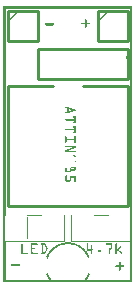
<source format=gto>
G04 MADE WITH FRITZING*
G04 WWW.FRITZING.ORG*
G04 DOUBLE SIDED*
G04 HOLES PLATED*
G04 CONTOUR ON CENTER OF CONTOUR VECTOR*
%ASAXBY*%
%FSLAX23Y23*%
%MOIN*%
%OFA0B0*%
%SFA1.0B1.0*%
%ADD10C,0.010000*%
%ADD11R,0.001000X0.001000*%
%LNSILK1*%
G90*
G70*
G54D10*
X16Y904D02*
X16Y804D01*
D02*
X16Y804D02*
X116Y804D01*
D02*
X116Y804D02*
X116Y904D01*
D02*
X116Y904D02*
X16Y904D01*
D02*
X316Y904D02*
X316Y804D01*
D02*
X316Y804D02*
X416Y804D01*
D02*
X416Y804D02*
X416Y904D01*
D02*
X416Y904D02*
X316Y904D01*
D02*
X16Y654D02*
X16Y254D01*
D02*
X16Y254D02*
X416Y254D01*
D02*
X416Y254D02*
X416Y654D01*
D02*
X16Y654D02*
X166Y654D01*
D02*
X266Y654D02*
X416Y654D01*
D02*
X416Y779D02*
X116Y779D01*
D02*
X116Y779D02*
X116Y679D01*
D02*
X116Y679D02*
X416Y679D01*
D02*
X416Y679D02*
X416Y779D01*
G54D11*
X0Y919D02*
X429Y919D01*
X0Y918D02*
X429Y918D01*
X0Y917D02*
X429Y917D01*
X0Y916D02*
X429Y916D01*
X0Y915D02*
X429Y915D01*
X0Y914D02*
X429Y914D01*
X0Y913D02*
X429Y913D01*
X0Y912D02*
X429Y912D01*
X0Y911D02*
X7Y911D01*
X422Y911D02*
X429Y911D01*
X0Y910D02*
X7Y910D01*
X422Y910D02*
X429Y910D01*
X0Y909D02*
X7Y909D01*
X422Y909D02*
X429Y909D01*
X0Y908D02*
X7Y908D01*
X422Y908D02*
X429Y908D01*
X0Y907D02*
X7Y907D01*
X422Y907D02*
X429Y907D01*
X0Y906D02*
X7Y906D01*
X422Y906D02*
X429Y906D01*
X0Y905D02*
X7Y905D01*
X48Y905D02*
X49Y905D01*
X348Y905D02*
X349Y905D01*
X422Y905D02*
X429Y905D01*
X0Y904D02*
X7Y904D01*
X47Y904D02*
X50Y904D01*
X347Y904D02*
X350Y904D01*
X422Y904D02*
X429Y904D01*
X0Y903D02*
X7Y903D01*
X46Y903D02*
X51Y903D01*
X346Y903D02*
X351Y903D01*
X422Y903D02*
X429Y903D01*
X0Y902D02*
X7Y902D01*
X45Y902D02*
X51Y902D01*
X345Y902D02*
X351Y902D01*
X422Y902D02*
X429Y902D01*
X0Y901D02*
X7Y901D01*
X44Y901D02*
X50Y901D01*
X344Y901D02*
X350Y901D01*
X422Y901D02*
X429Y901D01*
X0Y900D02*
X7Y900D01*
X43Y900D02*
X49Y900D01*
X343Y900D02*
X349Y900D01*
X422Y900D02*
X429Y900D01*
X0Y899D02*
X7Y899D01*
X42Y899D02*
X48Y899D01*
X342Y899D02*
X348Y899D01*
X422Y899D02*
X429Y899D01*
X0Y898D02*
X7Y898D01*
X41Y898D02*
X47Y898D01*
X341Y898D02*
X347Y898D01*
X422Y898D02*
X429Y898D01*
X0Y897D02*
X7Y897D01*
X40Y897D02*
X46Y897D01*
X340Y897D02*
X346Y897D01*
X422Y897D02*
X429Y897D01*
X0Y896D02*
X7Y896D01*
X39Y896D02*
X45Y896D01*
X339Y896D02*
X345Y896D01*
X422Y896D02*
X429Y896D01*
X0Y895D02*
X7Y895D01*
X38Y895D02*
X44Y895D01*
X338Y895D02*
X344Y895D01*
X422Y895D02*
X429Y895D01*
X0Y894D02*
X7Y894D01*
X37Y894D02*
X43Y894D01*
X337Y894D02*
X343Y894D01*
X422Y894D02*
X429Y894D01*
X0Y893D02*
X7Y893D01*
X36Y893D02*
X42Y893D01*
X336Y893D02*
X342Y893D01*
X422Y893D02*
X429Y893D01*
X0Y892D02*
X7Y892D01*
X35Y892D02*
X41Y892D01*
X335Y892D02*
X341Y892D01*
X422Y892D02*
X429Y892D01*
X0Y891D02*
X7Y891D01*
X34Y891D02*
X40Y891D01*
X334Y891D02*
X340Y891D01*
X422Y891D02*
X429Y891D01*
X0Y890D02*
X7Y890D01*
X33Y890D02*
X39Y890D01*
X333Y890D02*
X339Y890D01*
X422Y890D02*
X429Y890D01*
X0Y889D02*
X7Y889D01*
X32Y889D02*
X38Y889D01*
X332Y889D02*
X337Y889D01*
X422Y889D02*
X429Y889D01*
X0Y888D02*
X7Y888D01*
X31Y888D02*
X36Y888D01*
X331Y888D02*
X336Y888D01*
X422Y888D02*
X429Y888D01*
X0Y887D02*
X7Y887D01*
X30Y887D02*
X35Y887D01*
X330Y887D02*
X335Y887D01*
X422Y887D02*
X429Y887D01*
X0Y886D02*
X7Y886D01*
X29Y886D02*
X34Y886D01*
X329Y886D02*
X334Y886D01*
X422Y886D02*
X429Y886D01*
X0Y885D02*
X7Y885D01*
X28Y885D02*
X33Y885D01*
X328Y885D02*
X333Y885D01*
X422Y885D02*
X429Y885D01*
X0Y884D02*
X7Y884D01*
X27Y884D02*
X32Y884D01*
X327Y884D02*
X332Y884D01*
X422Y884D02*
X429Y884D01*
X0Y883D02*
X7Y883D01*
X26Y883D02*
X31Y883D01*
X326Y883D02*
X331Y883D01*
X422Y883D02*
X429Y883D01*
X0Y882D02*
X7Y882D01*
X25Y882D02*
X31Y882D01*
X325Y882D02*
X330Y882D01*
X422Y882D02*
X429Y882D01*
X0Y881D02*
X7Y881D01*
X24Y881D02*
X30Y881D01*
X324Y881D02*
X330Y881D01*
X422Y881D02*
X429Y881D01*
X0Y880D02*
X7Y880D01*
X23Y880D02*
X29Y880D01*
X323Y880D02*
X329Y880D01*
X422Y880D02*
X429Y880D01*
X0Y879D02*
X7Y879D01*
X22Y879D02*
X28Y879D01*
X322Y879D02*
X328Y879D01*
X422Y879D02*
X429Y879D01*
X0Y878D02*
X7Y878D01*
X21Y878D02*
X27Y878D01*
X321Y878D02*
X327Y878D01*
X422Y878D02*
X429Y878D01*
X0Y877D02*
X7Y877D01*
X20Y877D02*
X26Y877D01*
X273Y877D02*
X275Y877D01*
X320Y877D02*
X326Y877D01*
X422Y877D02*
X429Y877D01*
X0Y876D02*
X7Y876D01*
X19Y876D02*
X25Y876D01*
X272Y876D02*
X276Y876D01*
X319Y876D02*
X325Y876D01*
X422Y876D02*
X429Y876D01*
X0Y875D02*
X7Y875D01*
X18Y875D02*
X24Y875D01*
X272Y875D02*
X277Y875D01*
X318Y875D02*
X324Y875D01*
X422Y875D02*
X429Y875D01*
X0Y874D02*
X7Y874D01*
X17Y874D02*
X23Y874D01*
X272Y874D02*
X277Y874D01*
X317Y874D02*
X323Y874D01*
X422Y874D02*
X429Y874D01*
X0Y873D02*
X7Y873D01*
X16Y873D02*
X22Y873D01*
X272Y873D02*
X277Y873D01*
X316Y873D02*
X322Y873D01*
X422Y873D02*
X429Y873D01*
X0Y872D02*
X7Y872D01*
X15Y872D02*
X21Y872D01*
X272Y872D02*
X277Y872D01*
X315Y872D02*
X321Y872D01*
X422Y872D02*
X429Y872D01*
X0Y871D02*
X7Y871D01*
X14Y871D02*
X20Y871D01*
X272Y871D02*
X277Y871D01*
X314Y871D02*
X320Y871D01*
X422Y871D02*
X429Y871D01*
X0Y870D02*
X7Y870D01*
X15Y870D02*
X19Y870D01*
X272Y870D02*
X277Y870D01*
X315Y870D02*
X319Y870D01*
X422Y870D02*
X429Y870D01*
X0Y869D02*
X7Y869D01*
X16Y869D02*
X18Y869D01*
X272Y869D02*
X277Y869D01*
X316Y869D02*
X318Y869D01*
X422Y869D02*
X429Y869D01*
X0Y868D02*
X7Y868D01*
X17Y868D02*
X17Y868D01*
X272Y868D02*
X277Y868D01*
X317Y868D02*
X317Y868D01*
X422Y868D02*
X429Y868D01*
X0Y867D02*
X7Y867D01*
X272Y867D02*
X277Y867D01*
X422Y867D02*
X429Y867D01*
X0Y866D02*
X7Y866D01*
X272Y866D02*
X277Y866D01*
X422Y866D02*
X429Y866D01*
X0Y865D02*
X7Y865D01*
X261Y865D02*
X288Y865D01*
X422Y865D02*
X429Y865D01*
X0Y864D02*
X7Y864D01*
X141Y864D02*
X167Y864D01*
X260Y864D02*
X288Y864D01*
X422Y864D02*
X429Y864D01*
X0Y863D02*
X7Y863D01*
X140Y863D02*
X168Y863D01*
X260Y863D02*
X289Y863D01*
X422Y863D02*
X429Y863D01*
X0Y862D02*
X7Y862D01*
X140Y862D02*
X169Y862D01*
X260Y862D02*
X289Y862D01*
X422Y862D02*
X429Y862D01*
X0Y861D02*
X7Y861D01*
X140Y861D02*
X169Y861D01*
X260Y861D02*
X289Y861D01*
X422Y861D02*
X429Y861D01*
X0Y860D02*
X7Y860D01*
X140Y860D02*
X169Y860D01*
X261Y860D02*
X288Y860D01*
X422Y860D02*
X429Y860D01*
X0Y859D02*
X7Y859D01*
X140Y859D02*
X169Y859D01*
X272Y859D02*
X277Y859D01*
X422Y859D02*
X429Y859D01*
X0Y858D02*
X7Y858D01*
X140Y858D02*
X168Y858D01*
X272Y858D02*
X277Y858D01*
X422Y858D02*
X429Y858D01*
X0Y857D02*
X7Y857D01*
X140Y857D02*
X168Y857D01*
X272Y857D02*
X277Y857D01*
X422Y857D02*
X429Y857D01*
X0Y856D02*
X7Y856D01*
X142Y856D02*
X166Y856D01*
X272Y856D02*
X277Y856D01*
X422Y856D02*
X429Y856D01*
X0Y855D02*
X7Y855D01*
X272Y855D02*
X277Y855D01*
X422Y855D02*
X429Y855D01*
X0Y854D02*
X7Y854D01*
X272Y854D02*
X277Y854D01*
X422Y854D02*
X429Y854D01*
X0Y853D02*
X7Y853D01*
X272Y853D02*
X277Y853D01*
X422Y853D02*
X429Y853D01*
X0Y852D02*
X7Y852D01*
X272Y852D02*
X277Y852D01*
X422Y852D02*
X429Y852D01*
X0Y851D02*
X7Y851D01*
X272Y851D02*
X277Y851D01*
X422Y851D02*
X429Y851D01*
X0Y850D02*
X7Y850D01*
X272Y850D02*
X277Y850D01*
X422Y850D02*
X429Y850D01*
X0Y849D02*
X7Y849D01*
X272Y849D02*
X276Y849D01*
X422Y849D02*
X429Y849D01*
X0Y848D02*
X7Y848D01*
X273Y848D02*
X276Y848D01*
X422Y848D02*
X429Y848D01*
X0Y847D02*
X7Y847D01*
X422Y847D02*
X429Y847D01*
X0Y846D02*
X7Y846D01*
X422Y846D02*
X429Y846D01*
X0Y845D02*
X7Y845D01*
X422Y845D02*
X429Y845D01*
X0Y844D02*
X7Y844D01*
X422Y844D02*
X429Y844D01*
X0Y843D02*
X7Y843D01*
X422Y843D02*
X429Y843D01*
X0Y842D02*
X7Y842D01*
X422Y842D02*
X429Y842D01*
X0Y841D02*
X7Y841D01*
X422Y841D02*
X429Y841D01*
X0Y840D02*
X7Y840D01*
X422Y840D02*
X429Y840D01*
X0Y839D02*
X7Y839D01*
X422Y839D02*
X429Y839D01*
X0Y838D02*
X7Y838D01*
X422Y838D02*
X429Y838D01*
X0Y837D02*
X7Y837D01*
X422Y837D02*
X429Y837D01*
X0Y836D02*
X7Y836D01*
X422Y836D02*
X429Y836D01*
X0Y835D02*
X7Y835D01*
X422Y835D02*
X429Y835D01*
X0Y834D02*
X7Y834D01*
X422Y834D02*
X429Y834D01*
X0Y833D02*
X7Y833D01*
X422Y833D02*
X429Y833D01*
X0Y832D02*
X7Y832D01*
X422Y832D02*
X429Y832D01*
X0Y831D02*
X7Y831D01*
X422Y831D02*
X429Y831D01*
X0Y830D02*
X7Y830D01*
X422Y830D02*
X429Y830D01*
X0Y829D02*
X7Y829D01*
X422Y829D02*
X429Y829D01*
X0Y828D02*
X7Y828D01*
X422Y828D02*
X429Y828D01*
X0Y827D02*
X7Y827D01*
X422Y827D02*
X429Y827D01*
X0Y826D02*
X7Y826D01*
X422Y826D02*
X429Y826D01*
X0Y825D02*
X7Y825D01*
X422Y825D02*
X429Y825D01*
X0Y824D02*
X7Y824D01*
X422Y824D02*
X429Y824D01*
X0Y823D02*
X7Y823D01*
X422Y823D02*
X429Y823D01*
X0Y822D02*
X7Y822D01*
X422Y822D02*
X429Y822D01*
X0Y821D02*
X7Y821D01*
X422Y821D02*
X429Y821D01*
X0Y820D02*
X7Y820D01*
X422Y820D02*
X429Y820D01*
X0Y819D02*
X7Y819D01*
X422Y819D02*
X429Y819D01*
X0Y818D02*
X7Y818D01*
X422Y818D02*
X429Y818D01*
X0Y817D02*
X7Y817D01*
X422Y817D02*
X429Y817D01*
X0Y816D02*
X7Y816D01*
X422Y816D02*
X429Y816D01*
X0Y815D02*
X7Y815D01*
X422Y815D02*
X429Y815D01*
X0Y814D02*
X7Y814D01*
X422Y814D02*
X429Y814D01*
X0Y813D02*
X7Y813D01*
X422Y813D02*
X429Y813D01*
X0Y812D02*
X7Y812D01*
X422Y812D02*
X429Y812D01*
X0Y811D02*
X7Y811D01*
X422Y811D02*
X429Y811D01*
X0Y810D02*
X7Y810D01*
X422Y810D02*
X429Y810D01*
X0Y809D02*
X7Y809D01*
X422Y809D02*
X429Y809D01*
X0Y808D02*
X7Y808D01*
X422Y808D02*
X429Y808D01*
X0Y807D02*
X7Y807D01*
X422Y807D02*
X429Y807D01*
X0Y806D02*
X7Y806D01*
X422Y806D02*
X429Y806D01*
X0Y805D02*
X7Y805D01*
X422Y805D02*
X429Y805D01*
X0Y804D02*
X7Y804D01*
X422Y804D02*
X429Y804D01*
X0Y803D02*
X7Y803D01*
X422Y803D02*
X429Y803D01*
X0Y802D02*
X7Y802D01*
X422Y802D02*
X429Y802D01*
X0Y801D02*
X7Y801D01*
X422Y801D02*
X429Y801D01*
X0Y800D02*
X7Y800D01*
X422Y800D02*
X429Y800D01*
X0Y799D02*
X7Y799D01*
X422Y799D02*
X429Y799D01*
X0Y798D02*
X7Y798D01*
X422Y798D02*
X429Y798D01*
X0Y797D02*
X7Y797D01*
X422Y797D02*
X429Y797D01*
X0Y796D02*
X7Y796D01*
X422Y796D02*
X429Y796D01*
X0Y795D02*
X7Y795D01*
X422Y795D02*
X429Y795D01*
X0Y794D02*
X7Y794D01*
X422Y794D02*
X429Y794D01*
X0Y793D02*
X7Y793D01*
X422Y793D02*
X429Y793D01*
X0Y792D02*
X7Y792D01*
X422Y792D02*
X429Y792D01*
X0Y791D02*
X7Y791D01*
X422Y791D02*
X429Y791D01*
X0Y790D02*
X7Y790D01*
X422Y790D02*
X429Y790D01*
X0Y789D02*
X7Y789D01*
X422Y789D02*
X429Y789D01*
X0Y788D02*
X7Y788D01*
X422Y788D02*
X429Y788D01*
X0Y787D02*
X7Y787D01*
X422Y787D02*
X429Y787D01*
X0Y786D02*
X7Y786D01*
X422Y786D02*
X429Y786D01*
X0Y785D02*
X7Y785D01*
X422Y785D02*
X429Y785D01*
X0Y784D02*
X7Y784D01*
X422Y784D02*
X429Y784D01*
X0Y783D02*
X7Y783D01*
X422Y783D02*
X429Y783D01*
X0Y782D02*
X7Y782D01*
X422Y782D02*
X429Y782D01*
X0Y781D02*
X7Y781D01*
X422Y781D02*
X429Y781D01*
X0Y780D02*
X7Y780D01*
X381Y780D02*
X382Y780D01*
X422Y780D02*
X429Y780D01*
X0Y779D02*
X7Y779D01*
X380Y779D02*
X383Y779D01*
X422Y779D02*
X429Y779D01*
X0Y778D02*
X7Y778D01*
X379Y778D02*
X384Y778D01*
X422Y778D02*
X429Y778D01*
X0Y777D02*
X7Y777D01*
X379Y777D02*
X385Y777D01*
X422Y777D02*
X429Y777D01*
X0Y776D02*
X7Y776D01*
X380Y776D02*
X386Y776D01*
X422Y776D02*
X429Y776D01*
X0Y775D02*
X7Y775D01*
X381Y775D02*
X387Y775D01*
X422Y775D02*
X429Y775D01*
X0Y774D02*
X7Y774D01*
X382Y774D02*
X388Y774D01*
X422Y774D02*
X429Y774D01*
X0Y773D02*
X7Y773D01*
X422Y773D02*
X429Y773D01*
X0Y772D02*
X7Y772D01*
X422Y772D02*
X429Y772D01*
X0Y771D02*
X7Y771D01*
X422Y771D02*
X429Y771D01*
X0Y770D02*
X7Y770D01*
X422Y770D02*
X429Y770D01*
X0Y769D02*
X7Y769D01*
X422Y769D02*
X429Y769D01*
X0Y768D02*
X7Y768D01*
X422Y768D02*
X429Y768D01*
X0Y767D02*
X7Y767D01*
X422Y767D02*
X429Y767D01*
X0Y766D02*
X7Y766D01*
X422Y766D02*
X429Y766D01*
X0Y765D02*
X7Y765D01*
X422Y765D02*
X429Y765D01*
X0Y764D02*
X7Y764D01*
X422Y764D02*
X429Y764D01*
X0Y763D02*
X7Y763D01*
X422Y763D02*
X429Y763D01*
X0Y762D02*
X7Y762D01*
X422Y762D02*
X429Y762D01*
X0Y761D02*
X7Y761D01*
X422Y761D02*
X429Y761D01*
X0Y760D02*
X7Y760D01*
X422Y760D02*
X429Y760D01*
X0Y759D02*
X7Y759D01*
X422Y759D02*
X429Y759D01*
X0Y758D02*
X7Y758D01*
X422Y758D02*
X429Y758D01*
X0Y757D02*
X7Y757D01*
X422Y757D02*
X429Y757D01*
X0Y756D02*
X7Y756D01*
X422Y756D02*
X429Y756D01*
X0Y755D02*
X7Y755D01*
X422Y755D02*
X429Y755D01*
X0Y754D02*
X7Y754D01*
X422Y754D02*
X429Y754D01*
X0Y753D02*
X7Y753D01*
X409Y753D02*
X409Y753D01*
X422Y753D02*
X429Y753D01*
X0Y752D02*
X7Y752D01*
X409Y752D02*
X410Y752D01*
X422Y752D02*
X429Y752D01*
X0Y751D02*
X7Y751D01*
X409Y751D02*
X411Y751D01*
X422Y751D02*
X429Y751D01*
X0Y750D02*
X7Y750D01*
X409Y750D02*
X412Y750D01*
X422Y750D02*
X429Y750D01*
X0Y749D02*
X7Y749D01*
X409Y749D02*
X413Y749D01*
X422Y749D02*
X429Y749D01*
X0Y748D02*
X7Y748D01*
X409Y748D02*
X414Y748D01*
X422Y748D02*
X429Y748D01*
X0Y747D02*
X7Y747D01*
X409Y747D02*
X415Y747D01*
X422Y747D02*
X429Y747D01*
X0Y746D02*
X7Y746D01*
X410Y746D02*
X416Y746D01*
X422Y746D02*
X429Y746D01*
X0Y745D02*
X7Y745D01*
X411Y745D02*
X415Y745D01*
X422Y745D02*
X429Y745D01*
X0Y744D02*
X7Y744D01*
X412Y744D02*
X414Y744D01*
X422Y744D02*
X429Y744D01*
X0Y743D02*
X7Y743D01*
X413Y743D02*
X413Y743D01*
X422Y743D02*
X429Y743D01*
X0Y742D02*
X7Y742D01*
X422Y742D02*
X429Y742D01*
X0Y741D02*
X7Y741D01*
X422Y741D02*
X429Y741D01*
X0Y740D02*
X7Y740D01*
X422Y740D02*
X429Y740D01*
X0Y739D02*
X7Y739D01*
X422Y739D02*
X429Y739D01*
X0Y738D02*
X7Y738D01*
X422Y738D02*
X429Y738D01*
X0Y737D02*
X7Y737D01*
X422Y737D02*
X429Y737D01*
X0Y736D02*
X7Y736D01*
X422Y736D02*
X429Y736D01*
X0Y735D02*
X7Y735D01*
X422Y735D02*
X429Y735D01*
X0Y734D02*
X7Y734D01*
X422Y734D02*
X429Y734D01*
X0Y733D02*
X7Y733D01*
X422Y733D02*
X429Y733D01*
X0Y732D02*
X7Y732D01*
X422Y732D02*
X429Y732D01*
X0Y731D02*
X7Y731D01*
X422Y731D02*
X429Y731D01*
X0Y730D02*
X7Y730D01*
X422Y730D02*
X429Y730D01*
X0Y729D02*
X7Y729D01*
X422Y729D02*
X429Y729D01*
X0Y728D02*
X7Y728D01*
X422Y728D02*
X429Y728D01*
X0Y727D02*
X7Y727D01*
X422Y727D02*
X429Y727D01*
X0Y726D02*
X7Y726D01*
X422Y726D02*
X429Y726D01*
X0Y725D02*
X7Y725D01*
X422Y725D02*
X429Y725D01*
X0Y724D02*
X7Y724D01*
X422Y724D02*
X429Y724D01*
X0Y723D02*
X7Y723D01*
X422Y723D02*
X429Y723D01*
X0Y722D02*
X7Y722D01*
X422Y722D02*
X429Y722D01*
X0Y721D02*
X7Y721D01*
X422Y721D02*
X429Y721D01*
X0Y720D02*
X7Y720D01*
X422Y720D02*
X429Y720D01*
X0Y719D02*
X7Y719D01*
X422Y719D02*
X429Y719D01*
X0Y718D02*
X7Y718D01*
X422Y718D02*
X429Y718D01*
X0Y717D02*
X7Y717D01*
X422Y717D02*
X429Y717D01*
X0Y716D02*
X7Y716D01*
X422Y716D02*
X429Y716D01*
X0Y715D02*
X7Y715D01*
X422Y715D02*
X429Y715D01*
X0Y714D02*
X7Y714D01*
X422Y714D02*
X429Y714D01*
X0Y713D02*
X7Y713D01*
X422Y713D02*
X429Y713D01*
X0Y712D02*
X7Y712D01*
X422Y712D02*
X429Y712D01*
X0Y711D02*
X7Y711D01*
X422Y711D02*
X429Y711D01*
X0Y710D02*
X7Y710D01*
X422Y710D02*
X429Y710D01*
X0Y709D02*
X7Y709D01*
X422Y709D02*
X429Y709D01*
X0Y708D02*
X7Y708D01*
X422Y708D02*
X429Y708D01*
X0Y707D02*
X7Y707D01*
X422Y707D02*
X429Y707D01*
X0Y706D02*
X7Y706D01*
X422Y706D02*
X429Y706D01*
X0Y705D02*
X7Y705D01*
X422Y705D02*
X429Y705D01*
X0Y704D02*
X7Y704D01*
X422Y704D02*
X429Y704D01*
X0Y703D02*
X7Y703D01*
X422Y703D02*
X429Y703D01*
X0Y702D02*
X7Y702D01*
X422Y702D02*
X429Y702D01*
X0Y701D02*
X7Y701D01*
X422Y701D02*
X429Y701D01*
X0Y700D02*
X7Y700D01*
X422Y700D02*
X429Y700D01*
X0Y699D02*
X7Y699D01*
X422Y699D02*
X429Y699D01*
X0Y698D02*
X7Y698D01*
X422Y698D02*
X429Y698D01*
X0Y697D02*
X7Y697D01*
X422Y697D02*
X429Y697D01*
X0Y696D02*
X7Y696D01*
X422Y696D02*
X429Y696D01*
X0Y695D02*
X7Y695D01*
X422Y695D02*
X429Y695D01*
X0Y694D02*
X7Y694D01*
X422Y694D02*
X429Y694D01*
X0Y693D02*
X7Y693D01*
X422Y693D02*
X429Y693D01*
X0Y692D02*
X7Y692D01*
X422Y692D02*
X429Y692D01*
X0Y691D02*
X7Y691D01*
X422Y691D02*
X429Y691D01*
X0Y690D02*
X7Y690D01*
X422Y690D02*
X429Y690D01*
X0Y689D02*
X7Y689D01*
X422Y689D02*
X429Y689D01*
X0Y688D02*
X7Y688D01*
X422Y688D02*
X429Y688D01*
X0Y687D02*
X7Y687D01*
X422Y687D02*
X429Y687D01*
X0Y686D02*
X7Y686D01*
X422Y686D02*
X429Y686D01*
X0Y685D02*
X7Y685D01*
X422Y685D02*
X429Y685D01*
X0Y684D02*
X7Y684D01*
X422Y684D02*
X429Y684D01*
X0Y683D02*
X7Y683D01*
X422Y683D02*
X429Y683D01*
X0Y682D02*
X7Y682D01*
X422Y682D02*
X429Y682D01*
X0Y681D02*
X7Y681D01*
X422Y681D02*
X429Y681D01*
X0Y680D02*
X7Y680D01*
X422Y680D02*
X429Y680D01*
X0Y679D02*
X7Y679D01*
X422Y679D02*
X429Y679D01*
X0Y678D02*
X7Y678D01*
X422Y678D02*
X429Y678D01*
X0Y677D02*
X7Y677D01*
X422Y677D02*
X429Y677D01*
X0Y676D02*
X7Y676D01*
X422Y676D02*
X429Y676D01*
X0Y675D02*
X7Y675D01*
X422Y675D02*
X429Y675D01*
X0Y674D02*
X7Y674D01*
X422Y674D02*
X429Y674D01*
X0Y673D02*
X7Y673D01*
X422Y673D02*
X429Y673D01*
X0Y672D02*
X7Y672D01*
X422Y672D02*
X429Y672D01*
X0Y671D02*
X7Y671D01*
X422Y671D02*
X429Y671D01*
X0Y670D02*
X7Y670D01*
X422Y670D02*
X429Y670D01*
X0Y669D02*
X7Y669D01*
X422Y669D02*
X429Y669D01*
X0Y668D02*
X7Y668D01*
X422Y668D02*
X429Y668D01*
X0Y667D02*
X7Y667D01*
X422Y667D02*
X429Y667D01*
X0Y666D02*
X7Y666D01*
X422Y666D02*
X429Y666D01*
X0Y665D02*
X7Y665D01*
X422Y665D02*
X429Y665D01*
X0Y664D02*
X7Y664D01*
X422Y664D02*
X429Y664D01*
X0Y663D02*
X7Y663D01*
X422Y663D02*
X429Y663D01*
X0Y662D02*
X7Y662D01*
X422Y662D02*
X429Y662D01*
X0Y661D02*
X7Y661D01*
X422Y661D02*
X429Y661D01*
X0Y660D02*
X7Y660D01*
X422Y660D02*
X429Y660D01*
X0Y659D02*
X7Y659D01*
X422Y659D02*
X429Y659D01*
X0Y658D02*
X7Y658D01*
X422Y658D02*
X429Y658D01*
X0Y657D02*
X7Y657D01*
X422Y657D02*
X429Y657D01*
X0Y656D02*
X7Y656D01*
X422Y656D02*
X429Y656D01*
X0Y655D02*
X7Y655D01*
X422Y655D02*
X429Y655D01*
X0Y654D02*
X7Y654D01*
X422Y654D02*
X429Y654D01*
X0Y653D02*
X7Y653D01*
X422Y653D02*
X429Y653D01*
X0Y652D02*
X7Y652D01*
X422Y652D02*
X429Y652D01*
X0Y651D02*
X7Y651D01*
X422Y651D02*
X429Y651D01*
X0Y650D02*
X7Y650D01*
X422Y650D02*
X429Y650D01*
X0Y649D02*
X7Y649D01*
X422Y649D02*
X429Y649D01*
X0Y648D02*
X7Y648D01*
X422Y648D02*
X429Y648D01*
X0Y647D02*
X7Y647D01*
X422Y647D02*
X429Y647D01*
X0Y646D02*
X7Y646D01*
X422Y646D02*
X429Y646D01*
X0Y645D02*
X7Y645D01*
X422Y645D02*
X429Y645D01*
X0Y644D02*
X7Y644D01*
X422Y644D02*
X429Y644D01*
X0Y643D02*
X7Y643D01*
X422Y643D02*
X429Y643D01*
X0Y642D02*
X7Y642D01*
X422Y642D02*
X429Y642D01*
X0Y641D02*
X7Y641D01*
X422Y641D02*
X429Y641D01*
X0Y640D02*
X7Y640D01*
X422Y640D02*
X429Y640D01*
X0Y639D02*
X7Y639D01*
X422Y639D02*
X429Y639D01*
X0Y638D02*
X7Y638D01*
X422Y638D02*
X429Y638D01*
X0Y637D02*
X7Y637D01*
X422Y637D02*
X429Y637D01*
X0Y636D02*
X7Y636D01*
X422Y636D02*
X429Y636D01*
X0Y635D02*
X7Y635D01*
X422Y635D02*
X429Y635D01*
X0Y634D02*
X7Y634D01*
X422Y634D02*
X429Y634D01*
X0Y633D02*
X7Y633D01*
X422Y633D02*
X429Y633D01*
X0Y632D02*
X7Y632D01*
X422Y632D02*
X429Y632D01*
X0Y631D02*
X7Y631D01*
X422Y631D02*
X429Y631D01*
X0Y630D02*
X7Y630D01*
X422Y630D02*
X429Y630D01*
X0Y629D02*
X7Y629D01*
X422Y629D02*
X429Y629D01*
X0Y628D02*
X7Y628D01*
X422Y628D02*
X429Y628D01*
X0Y627D02*
X7Y627D01*
X422Y627D02*
X429Y627D01*
X0Y626D02*
X7Y626D01*
X422Y626D02*
X429Y626D01*
X0Y625D02*
X7Y625D01*
X422Y625D02*
X429Y625D01*
X0Y624D02*
X7Y624D01*
X422Y624D02*
X429Y624D01*
X0Y623D02*
X7Y623D01*
X422Y623D02*
X429Y623D01*
X0Y622D02*
X7Y622D01*
X422Y622D02*
X429Y622D01*
X0Y621D02*
X7Y621D01*
X422Y621D02*
X429Y621D01*
X0Y620D02*
X7Y620D01*
X422Y620D02*
X429Y620D01*
X0Y619D02*
X7Y619D01*
X422Y619D02*
X429Y619D01*
X0Y618D02*
X7Y618D01*
X422Y618D02*
X429Y618D01*
X0Y617D02*
X7Y617D01*
X422Y617D02*
X429Y617D01*
X0Y616D02*
X7Y616D01*
X422Y616D02*
X429Y616D01*
X0Y615D02*
X7Y615D01*
X422Y615D02*
X429Y615D01*
X0Y614D02*
X7Y614D01*
X422Y614D02*
X429Y614D01*
X0Y613D02*
X7Y613D01*
X422Y613D02*
X429Y613D01*
X0Y612D02*
X7Y612D01*
X422Y612D02*
X429Y612D01*
X0Y611D02*
X7Y611D01*
X422Y611D02*
X429Y611D01*
X0Y610D02*
X7Y610D01*
X422Y610D02*
X429Y610D01*
X0Y609D02*
X7Y609D01*
X422Y609D02*
X429Y609D01*
X0Y608D02*
X7Y608D01*
X422Y608D02*
X429Y608D01*
X0Y607D02*
X7Y607D01*
X422Y607D02*
X429Y607D01*
X0Y606D02*
X7Y606D01*
X422Y606D02*
X429Y606D01*
X0Y605D02*
X7Y605D01*
X422Y605D02*
X429Y605D01*
X0Y604D02*
X7Y604D01*
X422Y604D02*
X429Y604D01*
X0Y603D02*
X7Y603D01*
X422Y603D02*
X429Y603D01*
X0Y602D02*
X7Y602D01*
X422Y602D02*
X429Y602D01*
X0Y601D02*
X7Y601D01*
X422Y601D02*
X429Y601D01*
X0Y600D02*
X7Y600D01*
X422Y600D02*
X429Y600D01*
X0Y599D02*
X7Y599D01*
X422Y599D02*
X429Y599D01*
X0Y598D02*
X7Y598D01*
X422Y598D02*
X429Y598D01*
X0Y597D02*
X7Y597D01*
X422Y597D02*
X429Y597D01*
X0Y596D02*
X7Y596D01*
X422Y596D02*
X429Y596D01*
X0Y595D02*
X7Y595D01*
X422Y595D02*
X429Y595D01*
X0Y594D02*
X7Y594D01*
X422Y594D02*
X429Y594D01*
X0Y593D02*
X7Y593D01*
X422Y593D02*
X429Y593D01*
X0Y592D02*
X7Y592D01*
X422Y592D02*
X429Y592D01*
X0Y591D02*
X7Y591D01*
X422Y591D02*
X429Y591D01*
X0Y590D02*
X7Y590D01*
X422Y590D02*
X429Y590D01*
X0Y589D02*
X7Y589D01*
X422Y589D02*
X429Y589D01*
X0Y588D02*
X7Y588D01*
X422Y588D02*
X429Y588D01*
X0Y587D02*
X7Y587D01*
X422Y587D02*
X429Y587D01*
X0Y586D02*
X7Y586D01*
X422Y586D02*
X429Y586D01*
X0Y585D02*
X7Y585D01*
X422Y585D02*
X429Y585D01*
X0Y584D02*
X7Y584D01*
X207Y584D02*
X211Y584D01*
X422Y584D02*
X429Y584D01*
X0Y583D02*
X7Y583D01*
X206Y583D02*
X214Y583D01*
X422Y583D02*
X429Y583D01*
X0Y582D02*
X7Y582D01*
X206Y582D02*
X217Y582D01*
X422Y582D02*
X429Y582D01*
X0Y581D02*
X7Y581D01*
X207Y581D02*
X221Y581D01*
X422Y581D02*
X429Y581D01*
X0Y580D02*
X7Y580D01*
X209Y580D02*
X224Y580D01*
X422Y580D02*
X429Y580D01*
X0Y579D02*
X7Y579D01*
X213Y579D02*
X228Y579D01*
X422Y579D02*
X429Y579D01*
X0Y578D02*
X7Y578D01*
X214Y578D02*
X231Y578D01*
X422Y578D02*
X429Y578D01*
X0Y577D02*
X7Y577D01*
X214Y577D02*
X234Y577D01*
X422Y577D02*
X429Y577D01*
X0Y576D02*
X7Y576D01*
X214Y576D02*
X217Y576D01*
X223Y576D02*
X238Y576D01*
X422Y576D02*
X429Y576D01*
X0Y575D02*
X7Y575D01*
X214Y575D02*
X217Y575D01*
X226Y575D02*
X240Y575D01*
X422Y575D02*
X429Y575D01*
X0Y574D02*
X7Y574D01*
X214Y574D02*
X217Y574D01*
X230Y574D02*
X240Y574D01*
X422Y574D02*
X429Y574D01*
X0Y573D02*
X7Y573D01*
X214Y573D02*
X217Y573D01*
X229Y573D02*
X240Y573D01*
X422Y573D02*
X429Y573D01*
X0Y572D02*
X7Y572D01*
X214Y572D02*
X217Y572D01*
X225Y572D02*
X240Y572D01*
X422Y572D02*
X429Y572D01*
X0Y571D02*
X7Y571D01*
X214Y571D02*
X217Y571D01*
X222Y571D02*
X237Y571D01*
X422Y571D02*
X429Y571D01*
X0Y570D02*
X7Y570D01*
X214Y570D02*
X234Y570D01*
X422Y570D02*
X429Y570D01*
X0Y569D02*
X7Y569D01*
X214Y569D02*
X230Y569D01*
X422Y569D02*
X429Y569D01*
X0Y568D02*
X7Y568D01*
X212Y568D02*
X227Y568D01*
X422Y568D02*
X429Y568D01*
X0Y567D02*
X7Y567D01*
X208Y567D02*
X223Y567D01*
X422Y567D02*
X429Y567D01*
X0Y566D02*
X7Y566D01*
X207Y566D02*
X220Y566D01*
X422Y566D02*
X429Y566D01*
X0Y565D02*
X7Y565D01*
X206Y565D02*
X217Y565D01*
X422Y565D02*
X429Y565D01*
X0Y564D02*
X7Y564D01*
X206Y564D02*
X213Y564D01*
X422Y564D02*
X429Y564D01*
X0Y563D02*
X7Y563D01*
X207Y563D02*
X210Y563D01*
X422Y563D02*
X429Y563D01*
X0Y562D02*
X7Y562D01*
X422Y562D02*
X429Y562D01*
X0Y561D02*
X7Y561D01*
X422Y561D02*
X429Y561D01*
X0Y560D02*
X7Y560D01*
X422Y560D02*
X429Y560D01*
X0Y559D02*
X7Y559D01*
X422Y559D02*
X429Y559D01*
X0Y558D02*
X7Y558D01*
X422Y558D02*
X429Y558D01*
X0Y557D02*
X7Y557D01*
X422Y557D02*
X429Y557D01*
X0Y556D02*
X7Y556D01*
X422Y556D02*
X429Y556D01*
X0Y555D02*
X7Y555D01*
X422Y555D02*
X429Y555D01*
X0Y554D02*
X7Y554D01*
X422Y554D02*
X429Y554D01*
X0Y553D02*
X7Y553D01*
X422Y553D02*
X429Y553D01*
X0Y552D02*
X7Y552D01*
X234Y552D02*
X240Y552D01*
X422Y552D02*
X429Y552D01*
X0Y551D02*
X7Y551D01*
X233Y551D02*
X240Y551D01*
X422Y551D02*
X429Y551D01*
X0Y550D02*
X7Y550D01*
X233Y550D02*
X240Y550D01*
X422Y550D02*
X429Y550D01*
X0Y549D02*
X7Y549D01*
X233Y549D02*
X240Y549D01*
X422Y549D02*
X429Y549D01*
X0Y548D02*
X7Y548D01*
X234Y548D02*
X240Y548D01*
X422Y548D02*
X429Y548D01*
X0Y547D02*
X7Y547D01*
X237Y547D02*
X240Y547D01*
X422Y547D02*
X429Y547D01*
X0Y546D02*
X7Y546D01*
X237Y546D02*
X240Y546D01*
X422Y546D02*
X429Y546D01*
X0Y545D02*
X7Y545D01*
X237Y545D02*
X240Y545D01*
X422Y545D02*
X429Y545D01*
X0Y544D02*
X7Y544D01*
X237Y544D02*
X240Y544D01*
X422Y544D02*
X429Y544D01*
X0Y543D02*
X7Y543D01*
X207Y543D02*
X240Y543D01*
X422Y543D02*
X429Y543D01*
X0Y542D02*
X7Y542D01*
X206Y542D02*
X240Y542D01*
X422Y542D02*
X429Y542D01*
X0Y541D02*
X7Y541D01*
X206Y541D02*
X240Y541D01*
X422Y541D02*
X429Y541D01*
X0Y540D02*
X7Y540D01*
X207Y540D02*
X240Y540D01*
X422Y540D02*
X429Y540D01*
X0Y539D02*
X7Y539D01*
X208Y539D02*
X240Y539D01*
X422Y539D02*
X429Y539D01*
X0Y538D02*
X7Y538D01*
X237Y538D02*
X240Y538D01*
X422Y538D02*
X429Y538D01*
X0Y537D02*
X7Y537D01*
X237Y537D02*
X240Y537D01*
X422Y537D02*
X429Y537D01*
X0Y536D02*
X7Y536D01*
X237Y536D02*
X240Y536D01*
X422Y536D02*
X429Y536D01*
X0Y535D02*
X7Y535D01*
X237Y535D02*
X240Y535D01*
X422Y535D02*
X429Y535D01*
X0Y534D02*
X7Y534D01*
X234Y534D02*
X240Y534D01*
X422Y534D02*
X429Y534D01*
X0Y533D02*
X7Y533D01*
X233Y533D02*
X240Y533D01*
X422Y533D02*
X429Y533D01*
X0Y532D02*
X7Y532D01*
X233Y532D02*
X240Y532D01*
X422Y532D02*
X429Y532D01*
X0Y531D02*
X7Y531D01*
X233Y531D02*
X240Y531D01*
X422Y531D02*
X429Y531D01*
X0Y530D02*
X7Y530D01*
X235Y530D02*
X240Y530D01*
X422Y530D02*
X429Y530D01*
X0Y529D02*
X7Y529D01*
X422Y529D02*
X429Y529D01*
X0Y528D02*
X7Y528D01*
X422Y528D02*
X429Y528D01*
X0Y527D02*
X7Y527D01*
X422Y527D02*
X429Y527D01*
X0Y526D02*
X7Y526D01*
X422Y526D02*
X429Y526D01*
X0Y525D02*
X7Y525D01*
X422Y525D02*
X429Y525D01*
X0Y524D02*
X7Y524D01*
X422Y524D02*
X429Y524D01*
X0Y523D02*
X7Y523D01*
X422Y523D02*
X429Y523D01*
X0Y522D02*
X7Y522D01*
X422Y522D02*
X429Y522D01*
X0Y521D02*
X7Y521D01*
X422Y521D02*
X429Y521D01*
X0Y520D02*
X7Y520D01*
X422Y520D02*
X429Y520D01*
X0Y519D02*
X7Y519D01*
X233Y519D02*
X240Y519D01*
X422Y519D02*
X429Y519D01*
X0Y518D02*
X7Y518D01*
X233Y518D02*
X240Y518D01*
X422Y518D02*
X429Y518D01*
X0Y517D02*
X7Y517D01*
X233Y517D02*
X240Y517D01*
X422Y517D02*
X429Y517D01*
X0Y516D02*
X7Y516D01*
X234Y516D02*
X240Y516D01*
X422Y516D02*
X429Y516D01*
X0Y515D02*
X7Y515D01*
X237Y515D02*
X240Y515D01*
X422Y515D02*
X429Y515D01*
X0Y514D02*
X7Y514D01*
X237Y514D02*
X240Y514D01*
X422Y514D02*
X429Y514D01*
X0Y513D02*
X7Y513D01*
X237Y513D02*
X240Y513D01*
X422Y513D02*
X429Y513D01*
X0Y512D02*
X7Y512D01*
X237Y512D02*
X240Y512D01*
X422Y512D02*
X429Y512D01*
X0Y511D02*
X7Y511D01*
X236Y511D02*
X240Y511D01*
X422Y511D02*
X429Y511D01*
X0Y510D02*
X7Y510D01*
X207Y510D02*
X240Y510D01*
X422Y510D02*
X429Y510D01*
X0Y509D02*
X7Y509D01*
X206Y509D02*
X240Y509D01*
X422Y509D02*
X429Y509D01*
X0Y508D02*
X7Y508D01*
X206Y508D02*
X240Y508D01*
X422Y508D02*
X429Y508D01*
X0Y507D02*
X7Y507D01*
X207Y507D02*
X240Y507D01*
X422Y507D02*
X429Y507D01*
X0Y506D02*
X7Y506D01*
X237Y506D02*
X240Y506D01*
X422Y506D02*
X429Y506D01*
X0Y505D02*
X7Y505D01*
X237Y505D02*
X240Y505D01*
X422Y505D02*
X429Y505D01*
X0Y504D02*
X7Y504D01*
X237Y504D02*
X240Y504D01*
X422Y504D02*
X429Y504D01*
X0Y503D02*
X7Y503D01*
X237Y503D02*
X240Y503D01*
X422Y503D02*
X429Y503D01*
X0Y502D02*
X7Y502D01*
X236Y502D02*
X240Y502D01*
X422Y502D02*
X429Y502D01*
X0Y501D02*
X7Y501D01*
X233Y501D02*
X240Y501D01*
X422Y501D02*
X429Y501D01*
X0Y500D02*
X7Y500D01*
X233Y500D02*
X240Y500D01*
X422Y500D02*
X429Y500D01*
X0Y499D02*
X7Y499D01*
X233Y499D02*
X240Y499D01*
X422Y499D02*
X429Y499D01*
X0Y498D02*
X7Y498D01*
X234Y498D02*
X240Y498D01*
X422Y498D02*
X429Y498D01*
X0Y497D02*
X7Y497D01*
X422Y497D02*
X429Y497D01*
X0Y496D02*
X7Y496D01*
X422Y496D02*
X429Y496D01*
X0Y495D02*
X7Y495D01*
X422Y495D02*
X429Y495D01*
X0Y494D02*
X7Y494D01*
X422Y494D02*
X429Y494D01*
X0Y493D02*
X7Y493D01*
X422Y493D02*
X429Y493D01*
X0Y492D02*
X7Y492D01*
X422Y492D02*
X429Y492D01*
X0Y491D02*
X7Y491D01*
X422Y491D02*
X429Y491D01*
X0Y490D02*
X7Y490D01*
X422Y490D02*
X429Y490D01*
X0Y489D02*
X7Y489D01*
X422Y489D02*
X429Y489D01*
X0Y488D02*
X7Y488D01*
X422Y488D02*
X429Y488D01*
X0Y487D02*
X7Y487D01*
X207Y487D02*
X209Y487D01*
X238Y487D02*
X239Y487D01*
X422Y487D02*
X429Y487D01*
X0Y486D02*
X7Y486D01*
X206Y486D02*
X209Y486D01*
X237Y486D02*
X240Y486D01*
X422Y486D02*
X429Y486D01*
X0Y485D02*
X7Y485D01*
X206Y485D02*
X210Y485D01*
X237Y485D02*
X240Y485D01*
X422Y485D02*
X429Y485D01*
X0Y484D02*
X7Y484D01*
X206Y484D02*
X210Y484D01*
X237Y484D02*
X240Y484D01*
X422Y484D02*
X429Y484D01*
X0Y483D02*
X7Y483D01*
X206Y483D02*
X210Y483D01*
X237Y483D02*
X240Y483D01*
X422Y483D02*
X429Y483D01*
X0Y482D02*
X7Y482D01*
X206Y482D02*
X210Y482D01*
X237Y482D02*
X240Y482D01*
X422Y482D02*
X429Y482D01*
X0Y481D02*
X7Y481D01*
X206Y481D02*
X210Y481D01*
X237Y481D02*
X240Y481D01*
X422Y481D02*
X429Y481D01*
X0Y480D02*
X7Y480D01*
X206Y480D02*
X210Y480D01*
X237Y480D02*
X240Y480D01*
X422Y480D02*
X429Y480D01*
X0Y479D02*
X7Y479D01*
X206Y479D02*
X210Y479D01*
X237Y479D02*
X240Y479D01*
X422Y479D02*
X429Y479D01*
X0Y478D02*
X7Y478D01*
X206Y478D02*
X240Y478D01*
X422Y478D02*
X429Y478D01*
X0Y477D02*
X7Y477D01*
X206Y477D02*
X240Y477D01*
X422Y477D02*
X429Y477D01*
X0Y476D02*
X7Y476D01*
X206Y476D02*
X240Y476D01*
X422Y476D02*
X429Y476D01*
X0Y475D02*
X7Y475D01*
X206Y475D02*
X240Y475D01*
X422Y475D02*
X429Y475D01*
X0Y474D02*
X7Y474D01*
X206Y474D02*
X240Y474D01*
X422Y474D02*
X429Y474D01*
X0Y473D02*
X7Y473D01*
X206Y473D02*
X210Y473D01*
X237Y473D02*
X240Y473D01*
X422Y473D02*
X429Y473D01*
X0Y472D02*
X7Y472D01*
X206Y472D02*
X210Y472D01*
X237Y472D02*
X240Y472D01*
X422Y472D02*
X429Y472D01*
X0Y471D02*
X7Y471D01*
X206Y471D02*
X210Y471D01*
X237Y471D02*
X240Y471D01*
X422Y471D02*
X429Y471D01*
X0Y470D02*
X7Y470D01*
X206Y470D02*
X210Y470D01*
X237Y470D02*
X240Y470D01*
X422Y470D02*
X429Y470D01*
X0Y469D02*
X7Y469D01*
X206Y469D02*
X210Y469D01*
X237Y469D02*
X240Y469D01*
X422Y469D02*
X429Y469D01*
X0Y468D02*
X7Y468D01*
X206Y468D02*
X210Y468D01*
X237Y468D02*
X240Y468D01*
X422Y468D02*
X429Y468D01*
X0Y467D02*
X7Y467D01*
X206Y467D02*
X210Y467D01*
X237Y467D02*
X240Y467D01*
X422Y467D02*
X429Y467D01*
X0Y466D02*
X7Y466D01*
X207Y466D02*
X209Y466D01*
X237Y466D02*
X240Y466D01*
X422Y466D02*
X429Y466D01*
X0Y465D02*
X7Y465D01*
X208Y465D02*
X208Y465D01*
X422Y465D02*
X429Y465D01*
X0Y464D02*
X7Y464D01*
X422Y464D02*
X429Y464D01*
X0Y463D02*
X7Y463D01*
X422Y463D02*
X429Y463D01*
X0Y462D02*
X7Y462D01*
X422Y462D02*
X429Y462D01*
X0Y461D02*
X7Y461D01*
X422Y461D02*
X429Y461D01*
X0Y460D02*
X7Y460D01*
X422Y460D02*
X429Y460D01*
X0Y459D02*
X7Y459D01*
X422Y459D02*
X429Y459D01*
X0Y458D02*
X7Y458D01*
X422Y458D02*
X429Y458D01*
X0Y457D02*
X7Y457D01*
X422Y457D02*
X429Y457D01*
X0Y456D02*
X7Y456D01*
X422Y456D02*
X429Y456D01*
X0Y455D02*
X7Y455D01*
X422Y455D02*
X429Y455D01*
X0Y454D02*
X7Y454D01*
X207Y454D02*
X240Y454D01*
X422Y454D02*
X429Y454D01*
X0Y453D02*
X7Y453D01*
X206Y453D02*
X240Y453D01*
X422Y453D02*
X429Y453D01*
X0Y452D02*
X7Y452D01*
X206Y452D02*
X240Y452D01*
X422Y452D02*
X429Y452D01*
X0Y451D02*
X7Y451D01*
X207Y451D02*
X240Y451D01*
X422Y451D02*
X429Y451D01*
X0Y450D02*
X7Y450D01*
X232Y450D02*
X240Y450D01*
X422Y450D02*
X429Y450D01*
X0Y449D02*
X7Y449D01*
X230Y449D02*
X240Y449D01*
X422Y449D02*
X429Y449D01*
X0Y448D02*
X7Y448D01*
X228Y448D02*
X238Y448D01*
X422Y448D02*
X429Y448D01*
X0Y447D02*
X7Y447D01*
X226Y447D02*
X236Y447D01*
X422Y447D02*
X429Y447D01*
X0Y446D02*
X7Y446D01*
X223Y446D02*
X234Y446D01*
X422Y446D02*
X429Y446D01*
X0Y445D02*
X7Y445D01*
X221Y445D02*
X232Y445D01*
X422Y445D02*
X429Y445D01*
X0Y444D02*
X7Y444D01*
X219Y444D02*
X229Y444D01*
X422Y444D02*
X429Y444D01*
X0Y443D02*
X7Y443D01*
X217Y443D02*
X227Y443D01*
X422Y443D02*
X429Y443D01*
X0Y442D02*
X7Y442D01*
X214Y442D02*
X225Y442D01*
X422Y442D02*
X429Y442D01*
X0Y441D02*
X7Y441D01*
X212Y441D02*
X222Y441D01*
X422Y441D02*
X429Y441D01*
X0Y440D02*
X7Y440D01*
X210Y440D02*
X220Y440D01*
X422Y440D02*
X429Y440D01*
X0Y439D02*
X7Y439D01*
X207Y439D02*
X218Y439D01*
X422Y439D02*
X429Y439D01*
X0Y438D02*
X7Y438D01*
X206Y438D02*
X216Y438D01*
X422Y438D02*
X429Y438D01*
X0Y437D02*
X7Y437D01*
X206Y437D02*
X215Y437D01*
X422Y437D02*
X429Y437D01*
X0Y436D02*
X7Y436D01*
X206Y436D02*
X240Y436D01*
X422Y436D02*
X429Y436D01*
X0Y435D02*
X7Y435D01*
X206Y435D02*
X240Y435D01*
X422Y435D02*
X429Y435D01*
X0Y434D02*
X7Y434D01*
X206Y434D02*
X240Y434D01*
X422Y434D02*
X429Y434D01*
X0Y433D02*
X7Y433D01*
X206Y433D02*
X239Y433D01*
X422Y433D02*
X429Y433D01*
X0Y432D02*
X7Y432D01*
X422Y432D02*
X429Y432D01*
X0Y431D02*
X7Y431D01*
X422Y431D02*
X429Y431D01*
X0Y430D02*
X7Y430D01*
X422Y430D02*
X429Y430D01*
X0Y429D02*
X7Y429D01*
X422Y429D02*
X429Y429D01*
X0Y428D02*
X7Y428D01*
X422Y428D02*
X429Y428D01*
X0Y427D02*
X7Y427D01*
X422Y427D02*
X429Y427D01*
X0Y426D02*
X7Y426D01*
X422Y426D02*
X429Y426D01*
X0Y425D02*
X7Y425D01*
X422Y425D02*
X429Y425D01*
X0Y424D02*
X7Y424D01*
X422Y424D02*
X429Y424D01*
X0Y423D02*
X7Y423D01*
X422Y423D02*
X429Y423D01*
X0Y422D02*
X7Y422D01*
X234Y422D02*
X239Y422D01*
X422Y422D02*
X429Y422D01*
X0Y421D02*
X7Y421D01*
X234Y421D02*
X240Y421D01*
X422Y421D02*
X429Y421D01*
X0Y420D02*
X7Y420D01*
X234Y420D02*
X240Y420D01*
X422Y420D02*
X429Y420D01*
X0Y419D02*
X7Y419D01*
X235Y419D02*
X240Y419D01*
X422Y419D02*
X429Y419D01*
X0Y418D02*
X7Y418D01*
X236Y418D02*
X239Y418D01*
X422Y418D02*
X429Y418D01*
X0Y417D02*
X7Y417D01*
X422Y417D02*
X429Y417D01*
X0Y416D02*
X7Y416D01*
X422Y416D02*
X429Y416D01*
X0Y415D02*
X7Y415D01*
X422Y415D02*
X429Y415D01*
X0Y414D02*
X7Y414D01*
X422Y414D02*
X429Y414D01*
X0Y413D02*
X7Y413D01*
X422Y413D02*
X429Y413D01*
X0Y412D02*
X7Y412D01*
X422Y412D02*
X429Y412D01*
X0Y411D02*
X7Y411D01*
X422Y411D02*
X429Y411D01*
X0Y410D02*
X7Y410D01*
X422Y410D02*
X429Y410D01*
X0Y409D02*
X7Y409D01*
X422Y409D02*
X429Y409D01*
X0Y408D02*
X7Y408D01*
X422Y408D02*
X429Y408D01*
X0Y407D02*
X7Y407D01*
X422Y407D02*
X429Y407D01*
X0Y406D02*
X7Y406D01*
X422Y406D02*
X429Y406D01*
X0Y405D02*
X7Y405D01*
X422Y405D02*
X429Y405D01*
X0Y404D02*
X7Y404D01*
X422Y404D02*
X429Y404D01*
X0Y403D02*
X7Y403D01*
X240Y403D02*
X240Y403D01*
X422Y403D02*
X429Y403D01*
X0Y402D02*
X7Y402D01*
X240Y402D02*
X240Y402D01*
X422Y402D02*
X429Y402D01*
X0Y401D02*
X7Y401D01*
X240Y401D02*
X240Y401D01*
X422Y401D02*
X429Y401D01*
X0Y400D02*
X7Y400D01*
X422Y400D02*
X429Y400D01*
X0Y399D02*
X7Y399D01*
X422Y399D02*
X429Y399D01*
X0Y398D02*
X7Y398D01*
X422Y398D02*
X429Y398D01*
X0Y397D02*
X7Y397D01*
X422Y397D02*
X429Y397D01*
X0Y396D02*
X7Y396D01*
X422Y396D02*
X429Y396D01*
X0Y395D02*
X7Y395D01*
X422Y395D02*
X429Y395D01*
X0Y394D02*
X7Y394D01*
X422Y394D02*
X429Y394D01*
X0Y393D02*
X7Y393D01*
X422Y393D02*
X429Y393D01*
X0Y392D02*
X7Y392D01*
X422Y392D02*
X429Y392D01*
X0Y391D02*
X7Y391D01*
X422Y391D02*
X429Y391D01*
X0Y390D02*
X7Y390D01*
X422Y390D02*
X429Y390D01*
X0Y389D02*
X7Y389D01*
X422Y389D02*
X429Y389D01*
X0Y388D02*
X7Y388D01*
X422Y388D02*
X429Y388D01*
X0Y387D02*
X7Y387D01*
X422Y387D02*
X429Y387D01*
X0Y386D02*
X7Y386D01*
X422Y386D02*
X429Y386D01*
X0Y385D02*
X7Y385D01*
X231Y385D02*
X239Y385D01*
X422Y385D02*
X429Y385D01*
X0Y384D02*
X7Y384D01*
X230Y384D02*
X240Y384D01*
X422Y384D02*
X429Y384D01*
X0Y383D02*
X7Y383D01*
X228Y383D02*
X240Y383D01*
X422Y383D02*
X429Y383D01*
X0Y382D02*
X7Y382D01*
X226Y382D02*
X240Y382D01*
X422Y382D02*
X429Y382D01*
X0Y381D02*
X7Y381D01*
X206Y381D02*
X207Y381D01*
X223Y381D02*
X240Y381D01*
X422Y381D02*
X429Y381D01*
X0Y380D02*
X7Y380D01*
X206Y380D02*
X210Y380D01*
X221Y380D02*
X225Y380D01*
X237Y380D02*
X240Y380D01*
X422Y380D02*
X429Y380D01*
X0Y379D02*
X7Y379D01*
X206Y379D02*
X210Y379D01*
X221Y379D02*
X225Y379D01*
X237Y379D02*
X240Y379D01*
X422Y379D02*
X429Y379D01*
X0Y378D02*
X7Y378D01*
X206Y378D02*
X210Y378D01*
X221Y378D02*
X225Y378D01*
X237Y378D02*
X240Y378D01*
X422Y378D02*
X429Y378D01*
X0Y377D02*
X7Y377D01*
X206Y377D02*
X210Y377D01*
X221Y377D02*
X225Y377D01*
X237Y377D02*
X240Y377D01*
X422Y377D02*
X429Y377D01*
X0Y376D02*
X7Y376D01*
X206Y376D02*
X210Y376D01*
X221Y376D02*
X240Y376D01*
X422Y376D02*
X429Y376D01*
X0Y375D02*
X7Y375D01*
X206Y375D02*
X210Y375D01*
X221Y375D02*
X240Y375D01*
X422Y375D02*
X429Y375D01*
X0Y374D02*
X7Y374D01*
X206Y374D02*
X210Y374D01*
X221Y374D02*
X240Y374D01*
X422Y374D02*
X429Y374D01*
X0Y373D02*
X7Y373D01*
X206Y373D02*
X210Y373D01*
X221Y373D02*
X240Y373D01*
X422Y373D02*
X429Y373D01*
X0Y372D02*
X7Y372D01*
X206Y372D02*
X210Y372D01*
X221Y372D02*
X238Y372D01*
X422Y372D02*
X429Y372D01*
X0Y371D02*
X7Y371D01*
X206Y371D02*
X225Y371D01*
X422Y371D02*
X429Y371D01*
X0Y370D02*
X7Y370D01*
X207Y370D02*
X224Y370D01*
X422Y370D02*
X429Y370D01*
X0Y369D02*
X7Y369D01*
X207Y369D02*
X224Y369D01*
X422Y369D02*
X429Y369D01*
X0Y368D02*
X7Y368D01*
X209Y368D02*
X222Y368D01*
X422Y368D02*
X429Y368D01*
X0Y367D02*
X7Y367D01*
X422Y367D02*
X429Y367D01*
X0Y366D02*
X7Y366D01*
X422Y366D02*
X429Y366D01*
X0Y365D02*
X7Y365D01*
X422Y365D02*
X429Y365D01*
X0Y364D02*
X7Y364D01*
X422Y364D02*
X429Y364D01*
X0Y363D02*
X7Y363D01*
X422Y363D02*
X429Y363D01*
X0Y362D02*
X7Y362D01*
X422Y362D02*
X429Y362D01*
X0Y361D02*
X7Y361D01*
X422Y361D02*
X429Y361D01*
X0Y360D02*
X7Y360D01*
X422Y360D02*
X429Y360D01*
X0Y359D02*
X7Y359D01*
X422Y359D02*
X429Y359D01*
X0Y358D02*
X7Y358D01*
X422Y358D02*
X429Y358D01*
X0Y357D02*
X7Y357D01*
X209Y357D02*
X210Y357D01*
X422Y357D02*
X429Y357D01*
X0Y356D02*
X7Y356D01*
X208Y356D02*
X211Y356D01*
X422Y356D02*
X429Y356D01*
X0Y355D02*
X7Y355D01*
X208Y355D02*
X212Y355D01*
X422Y355D02*
X429Y355D01*
X0Y354D02*
X7Y354D01*
X207Y354D02*
X211Y354D01*
X422Y354D02*
X429Y354D01*
X0Y353D02*
X7Y353D01*
X207Y353D02*
X211Y353D01*
X422Y353D02*
X429Y353D01*
X0Y352D02*
X7Y352D01*
X207Y352D02*
X211Y352D01*
X221Y352D02*
X240Y352D01*
X422Y352D02*
X429Y352D01*
X0Y351D02*
X7Y351D01*
X206Y351D02*
X210Y351D01*
X221Y351D02*
X240Y351D01*
X422Y351D02*
X429Y351D01*
X0Y350D02*
X7Y350D01*
X206Y350D02*
X210Y350D01*
X221Y350D02*
X240Y350D01*
X422Y350D02*
X429Y350D01*
X0Y349D02*
X7Y349D01*
X206Y349D02*
X210Y349D01*
X221Y349D02*
X240Y349D01*
X422Y349D02*
X429Y349D01*
X0Y348D02*
X7Y348D01*
X206Y348D02*
X210Y348D01*
X221Y348D02*
X225Y348D01*
X237Y348D02*
X240Y348D01*
X422Y348D02*
X429Y348D01*
X0Y347D02*
X7Y347D01*
X206Y347D02*
X210Y347D01*
X221Y347D02*
X225Y347D01*
X237Y347D02*
X240Y347D01*
X422Y347D02*
X429Y347D01*
X0Y346D02*
X7Y346D01*
X206Y346D02*
X210Y346D01*
X221Y346D02*
X225Y346D01*
X237Y346D02*
X240Y346D01*
X422Y346D02*
X429Y346D01*
X0Y345D02*
X7Y345D01*
X206Y345D02*
X210Y345D01*
X221Y345D02*
X225Y345D01*
X237Y345D02*
X240Y345D01*
X422Y345D02*
X429Y345D01*
X0Y344D02*
X7Y344D01*
X206Y344D02*
X210Y344D01*
X221Y344D02*
X225Y344D01*
X237Y344D02*
X240Y344D01*
X422Y344D02*
X429Y344D01*
X0Y343D02*
X7Y343D01*
X206Y343D02*
X210Y343D01*
X221Y343D02*
X225Y343D01*
X237Y343D02*
X240Y343D01*
X422Y343D02*
X429Y343D01*
X0Y342D02*
X7Y342D01*
X206Y342D02*
X210Y342D01*
X221Y342D02*
X225Y342D01*
X237Y342D02*
X240Y342D01*
X422Y342D02*
X429Y342D01*
X0Y341D02*
X7Y341D01*
X206Y341D02*
X210Y341D01*
X221Y341D02*
X225Y341D01*
X237Y341D02*
X240Y341D01*
X422Y341D02*
X429Y341D01*
X0Y340D02*
X7Y340D01*
X206Y340D02*
X210Y340D01*
X221Y340D02*
X225Y340D01*
X237Y340D02*
X240Y340D01*
X422Y340D02*
X429Y340D01*
X0Y339D02*
X7Y339D01*
X206Y339D02*
X225Y339D01*
X237Y339D02*
X240Y339D01*
X422Y339D02*
X429Y339D01*
X0Y338D02*
X7Y338D01*
X207Y338D02*
X225Y338D01*
X237Y338D02*
X240Y338D01*
X422Y338D02*
X429Y338D01*
X0Y337D02*
X7Y337D01*
X207Y337D02*
X224Y337D01*
X237Y337D02*
X240Y337D01*
X422Y337D02*
X429Y337D01*
X0Y336D02*
X7Y336D01*
X208Y336D02*
X223Y336D01*
X237Y336D02*
X240Y336D01*
X422Y336D02*
X429Y336D01*
X0Y335D02*
X7Y335D01*
X211Y335D02*
X221Y335D01*
X422Y335D02*
X429Y335D01*
X0Y334D02*
X7Y334D01*
X422Y334D02*
X429Y334D01*
X0Y333D02*
X7Y333D01*
X422Y333D02*
X429Y333D01*
X0Y332D02*
X7Y332D01*
X422Y332D02*
X429Y332D01*
X0Y331D02*
X7Y331D01*
X422Y331D02*
X429Y331D01*
X0Y330D02*
X7Y330D01*
X422Y330D02*
X429Y330D01*
X0Y329D02*
X7Y329D01*
X422Y329D02*
X429Y329D01*
X0Y328D02*
X7Y328D01*
X422Y328D02*
X429Y328D01*
X0Y327D02*
X7Y327D01*
X422Y327D02*
X429Y327D01*
X0Y326D02*
X7Y326D01*
X422Y326D02*
X429Y326D01*
X0Y325D02*
X7Y325D01*
X422Y325D02*
X429Y325D01*
X0Y324D02*
X7Y324D01*
X422Y324D02*
X429Y324D01*
X0Y323D02*
X7Y323D01*
X422Y323D02*
X429Y323D01*
X0Y322D02*
X7Y322D01*
X422Y322D02*
X429Y322D01*
X0Y321D02*
X7Y321D01*
X422Y321D02*
X429Y321D01*
X0Y320D02*
X7Y320D01*
X422Y320D02*
X429Y320D01*
X0Y319D02*
X7Y319D01*
X422Y319D02*
X429Y319D01*
X0Y318D02*
X7Y318D01*
X422Y318D02*
X429Y318D01*
X0Y317D02*
X7Y317D01*
X422Y317D02*
X429Y317D01*
X0Y316D02*
X7Y316D01*
X422Y316D02*
X429Y316D01*
X0Y315D02*
X7Y315D01*
X422Y315D02*
X429Y315D01*
X0Y314D02*
X7Y314D01*
X422Y314D02*
X429Y314D01*
X0Y313D02*
X7Y313D01*
X422Y313D02*
X429Y313D01*
X0Y312D02*
X7Y312D01*
X422Y312D02*
X429Y312D01*
X0Y311D02*
X7Y311D01*
X422Y311D02*
X429Y311D01*
X0Y310D02*
X7Y310D01*
X422Y310D02*
X429Y310D01*
X0Y309D02*
X7Y309D01*
X422Y309D02*
X429Y309D01*
X0Y308D02*
X7Y308D01*
X422Y308D02*
X429Y308D01*
X0Y307D02*
X7Y307D01*
X422Y307D02*
X429Y307D01*
X0Y306D02*
X7Y306D01*
X422Y306D02*
X429Y306D01*
X0Y305D02*
X7Y305D01*
X422Y305D02*
X429Y305D01*
X0Y304D02*
X7Y304D01*
X422Y304D02*
X429Y304D01*
X0Y303D02*
X7Y303D01*
X422Y303D02*
X429Y303D01*
X0Y302D02*
X7Y302D01*
X422Y302D02*
X429Y302D01*
X0Y301D02*
X7Y301D01*
X422Y301D02*
X429Y301D01*
X0Y300D02*
X7Y300D01*
X422Y300D02*
X429Y300D01*
X0Y299D02*
X7Y299D01*
X422Y299D02*
X429Y299D01*
X0Y298D02*
X7Y298D01*
X422Y298D02*
X429Y298D01*
X0Y297D02*
X7Y297D01*
X422Y297D02*
X429Y297D01*
X0Y296D02*
X7Y296D01*
X422Y296D02*
X429Y296D01*
X0Y295D02*
X7Y295D01*
X422Y295D02*
X429Y295D01*
X0Y294D02*
X7Y294D01*
X422Y294D02*
X429Y294D01*
X0Y293D02*
X7Y293D01*
X422Y293D02*
X429Y293D01*
X0Y292D02*
X7Y292D01*
X422Y292D02*
X429Y292D01*
X0Y291D02*
X7Y291D01*
X422Y291D02*
X429Y291D01*
X0Y290D02*
X7Y290D01*
X422Y290D02*
X429Y290D01*
X0Y289D02*
X7Y289D01*
X422Y289D02*
X429Y289D01*
X0Y288D02*
X7Y288D01*
X422Y288D02*
X429Y288D01*
X0Y287D02*
X7Y287D01*
X422Y287D02*
X429Y287D01*
X0Y286D02*
X7Y286D01*
X422Y286D02*
X429Y286D01*
X0Y285D02*
X7Y285D01*
X422Y285D02*
X429Y285D01*
X0Y284D02*
X7Y284D01*
X422Y284D02*
X429Y284D01*
X0Y283D02*
X7Y283D01*
X422Y283D02*
X429Y283D01*
X0Y282D02*
X7Y282D01*
X422Y282D02*
X429Y282D01*
X0Y281D02*
X7Y281D01*
X422Y281D02*
X429Y281D01*
X0Y280D02*
X7Y280D01*
X422Y280D02*
X429Y280D01*
X0Y279D02*
X7Y279D01*
X422Y279D02*
X429Y279D01*
X0Y278D02*
X7Y278D01*
X422Y278D02*
X429Y278D01*
X0Y277D02*
X7Y277D01*
X422Y277D02*
X429Y277D01*
X0Y276D02*
X7Y276D01*
X422Y276D02*
X429Y276D01*
X0Y275D02*
X7Y275D01*
X422Y275D02*
X429Y275D01*
X0Y274D02*
X7Y274D01*
X422Y274D02*
X429Y274D01*
X0Y273D02*
X7Y273D01*
X422Y273D02*
X429Y273D01*
X0Y272D02*
X7Y272D01*
X422Y272D02*
X429Y272D01*
X0Y271D02*
X7Y271D01*
X422Y271D02*
X429Y271D01*
X0Y270D02*
X7Y270D01*
X422Y270D02*
X429Y270D01*
X0Y269D02*
X7Y269D01*
X422Y269D02*
X429Y269D01*
X0Y268D02*
X7Y268D01*
X422Y268D02*
X429Y268D01*
X0Y267D02*
X7Y267D01*
X422Y267D02*
X429Y267D01*
X0Y266D02*
X7Y266D01*
X422Y266D02*
X429Y266D01*
X0Y265D02*
X7Y265D01*
X422Y265D02*
X429Y265D01*
X0Y264D02*
X7Y264D01*
X422Y264D02*
X429Y264D01*
X0Y263D02*
X7Y263D01*
X422Y263D02*
X429Y263D01*
X0Y262D02*
X7Y262D01*
X422Y262D02*
X429Y262D01*
X0Y261D02*
X7Y261D01*
X422Y261D02*
X429Y261D01*
X0Y260D02*
X7Y260D01*
X422Y260D02*
X429Y260D01*
X0Y259D02*
X7Y259D01*
X422Y259D02*
X429Y259D01*
X0Y258D02*
X7Y258D01*
X422Y258D02*
X429Y258D01*
X0Y257D02*
X7Y257D01*
X422Y257D02*
X429Y257D01*
X0Y256D02*
X7Y256D01*
X422Y256D02*
X429Y256D01*
X0Y255D02*
X7Y255D01*
X422Y255D02*
X429Y255D01*
X0Y254D02*
X7Y254D01*
X422Y254D02*
X429Y254D01*
X0Y253D02*
X7Y253D01*
X422Y253D02*
X429Y253D01*
X0Y252D02*
X7Y252D01*
X422Y252D02*
X429Y252D01*
X0Y251D02*
X7Y251D01*
X422Y251D02*
X429Y251D01*
X0Y250D02*
X7Y250D01*
X422Y250D02*
X429Y250D01*
X0Y249D02*
X7Y249D01*
X422Y249D02*
X429Y249D01*
X0Y248D02*
X7Y248D01*
X422Y248D02*
X429Y248D01*
X0Y247D02*
X7Y247D01*
X422Y247D02*
X429Y247D01*
X0Y246D02*
X7Y246D01*
X422Y246D02*
X429Y246D01*
X0Y245D02*
X7Y245D01*
X422Y245D02*
X429Y245D01*
X0Y244D02*
X7Y244D01*
X422Y244D02*
X429Y244D01*
X0Y243D02*
X7Y243D01*
X422Y243D02*
X429Y243D01*
X0Y242D02*
X7Y242D01*
X422Y242D02*
X429Y242D01*
X0Y241D02*
X7Y241D01*
X422Y241D02*
X429Y241D01*
X0Y240D02*
X7Y240D01*
X422Y240D02*
X429Y240D01*
X0Y239D02*
X7Y239D01*
X422Y239D02*
X429Y239D01*
X0Y238D02*
X7Y238D01*
X422Y238D02*
X429Y238D01*
X0Y237D02*
X7Y237D01*
X422Y237D02*
X429Y237D01*
X0Y236D02*
X7Y236D01*
X422Y236D02*
X429Y236D01*
X0Y235D02*
X7Y235D01*
X422Y235D02*
X429Y235D01*
X0Y234D02*
X7Y234D01*
X422Y234D02*
X429Y234D01*
X0Y233D02*
X7Y233D01*
X422Y233D02*
X429Y233D01*
X0Y232D02*
X7Y232D01*
X422Y232D02*
X429Y232D01*
X0Y231D02*
X7Y231D01*
X422Y231D02*
X429Y231D01*
X0Y230D02*
X7Y230D01*
X422Y230D02*
X429Y230D01*
X0Y229D02*
X7Y229D01*
X422Y229D02*
X429Y229D01*
X0Y228D02*
X7Y228D01*
X422Y228D02*
X429Y228D01*
X0Y227D02*
X7Y227D01*
X422Y227D02*
X429Y227D01*
X0Y226D02*
X7Y226D01*
X422Y226D02*
X429Y226D01*
X0Y225D02*
X204Y225D01*
X227Y225D02*
X429Y225D01*
X0Y224D02*
X204Y224D01*
X226Y224D02*
X429Y224D01*
X0Y223D02*
X204Y223D01*
X226Y223D02*
X429Y223D01*
X0Y222D02*
X7Y222D01*
X80Y222D02*
X128Y222D01*
X202Y222D02*
X204Y222D01*
X226Y222D02*
X228Y222D01*
X302Y222D02*
X350Y222D01*
X424Y222D02*
X429Y222D01*
X0Y221D02*
X6Y221D01*
X202Y221D02*
X204Y221D01*
X226Y221D02*
X228Y221D01*
X424Y221D02*
X429Y221D01*
X0Y220D02*
X6Y220D01*
X202Y220D02*
X204Y220D01*
X226Y220D02*
X228Y220D01*
X424Y220D02*
X429Y220D01*
X0Y219D02*
X6Y219D01*
X202Y219D02*
X204Y219D01*
X226Y219D02*
X228Y219D01*
X424Y219D02*
X429Y219D01*
X0Y218D02*
X6Y218D01*
X202Y218D02*
X204Y218D01*
X226Y218D02*
X228Y218D01*
X424Y218D02*
X429Y218D01*
X0Y217D02*
X6Y217D01*
X80Y217D02*
X82Y217D01*
X202Y217D02*
X204Y217D01*
X226Y217D02*
X228Y217D01*
X424Y217D02*
X429Y217D01*
X0Y216D02*
X6Y216D01*
X80Y216D02*
X82Y216D01*
X202Y216D02*
X204Y216D01*
X226Y216D02*
X228Y216D01*
X424Y216D02*
X429Y216D01*
X0Y215D02*
X6Y215D01*
X80Y215D02*
X82Y215D01*
X202Y215D02*
X204Y215D01*
X226Y215D02*
X228Y215D01*
X424Y215D02*
X429Y215D01*
X0Y214D02*
X6Y214D01*
X80Y214D02*
X82Y214D01*
X202Y214D02*
X204Y214D01*
X226Y214D02*
X228Y214D01*
X424Y214D02*
X429Y214D01*
X0Y213D02*
X6Y213D01*
X80Y213D02*
X82Y213D01*
X202Y213D02*
X204Y213D01*
X226Y213D02*
X228Y213D01*
X424Y213D02*
X429Y213D01*
X0Y212D02*
X6Y212D01*
X80Y212D02*
X82Y212D01*
X202Y212D02*
X204Y212D01*
X226Y212D02*
X228Y212D01*
X424Y212D02*
X429Y212D01*
X0Y211D02*
X6Y211D01*
X80Y211D02*
X82Y211D01*
X202Y211D02*
X204Y211D01*
X226Y211D02*
X228Y211D01*
X424Y211D02*
X429Y211D01*
X0Y210D02*
X6Y210D01*
X80Y210D02*
X82Y210D01*
X202Y210D02*
X204Y210D01*
X226Y210D02*
X228Y210D01*
X424Y210D02*
X429Y210D01*
X0Y209D02*
X6Y209D01*
X80Y209D02*
X82Y209D01*
X202Y209D02*
X204Y209D01*
X226Y209D02*
X228Y209D01*
X424Y209D02*
X429Y209D01*
X0Y208D02*
X6Y208D01*
X80Y208D02*
X82Y208D01*
X202Y208D02*
X204Y208D01*
X226Y208D02*
X228Y208D01*
X424Y208D02*
X429Y208D01*
X0Y207D02*
X6Y207D01*
X80Y207D02*
X82Y207D01*
X202Y207D02*
X204Y207D01*
X226Y207D02*
X228Y207D01*
X424Y207D02*
X429Y207D01*
X0Y206D02*
X6Y206D01*
X80Y206D02*
X82Y206D01*
X202Y206D02*
X204Y206D01*
X226Y206D02*
X228Y206D01*
X424Y206D02*
X429Y206D01*
X0Y205D02*
X6Y205D01*
X80Y205D02*
X82Y205D01*
X202Y205D02*
X204Y205D01*
X226Y205D02*
X228Y205D01*
X424Y205D02*
X429Y205D01*
X0Y204D02*
X6Y204D01*
X80Y204D02*
X82Y204D01*
X202Y204D02*
X204Y204D01*
X226Y204D02*
X228Y204D01*
X424Y204D02*
X429Y204D01*
X0Y203D02*
X6Y203D01*
X80Y203D02*
X82Y203D01*
X202Y203D02*
X204Y203D01*
X226Y203D02*
X228Y203D01*
X424Y203D02*
X429Y203D01*
X0Y202D02*
X6Y202D01*
X80Y202D02*
X82Y202D01*
X202Y202D02*
X204Y202D01*
X226Y202D02*
X228Y202D01*
X424Y202D02*
X429Y202D01*
X0Y201D02*
X6Y201D01*
X80Y201D02*
X82Y201D01*
X202Y201D02*
X204Y201D01*
X226Y201D02*
X228Y201D01*
X424Y201D02*
X429Y201D01*
X0Y200D02*
X6Y200D01*
X80Y200D02*
X82Y200D01*
X202Y200D02*
X204Y200D01*
X226Y200D02*
X228Y200D01*
X424Y200D02*
X429Y200D01*
X0Y199D02*
X6Y199D01*
X80Y199D02*
X82Y199D01*
X202Y199D02*
X204Y199D01*
X226Y199D02*
X228Y199D01*
X424Y199D02*
X429Y199D01*
X0Y198D02*
X6Y198D01*
X80Y198D02*
X82Y198D01*
X202Y198D02*
X204Y198D01*
X226Y198D02*
X228Y198D01*
X424Y198D02*
X429Y198D01*
X0Y197D02*
X6Y197D01*
X80Y197D02*
X82Y197D01*
X202Y197D02*
X204Y197D01*
X226Y197D02*
X228Y197D01*
X424Y197D02*
X429Y197D01*
X0Y196D02*
X6Y196D01*
X80Y196D02*
X82Y196D01*
X202Y196D02*
X204Y196D01*
X226Y196D02*
X228Y196D01*
X424Y196D02*
X429Y196D01*
X0Y195D02*
X6Y195D01*
X80Y195D02*
X82Y195D01*
X202Y195D02*
X204Y195D01*
X226Y195D02*
X228Y195D01*
X424Y195D02*
X429Y195D01*
X0Y194D02*
X6Y194D01*
X80Y194D02*
X82Y194D01*
X202Y194D02*
X204Y194D01*
X226Y194D02*
X228Y194D01*
X424Y194D02*
X429Y194D01*
X0Y193D02*
X6Y193D01*
X80Y193D02*
X82Y193D01*
X202Y193D02*
X204Y193D01*
X226Y193D02*
X228Y193D01*
X424Y193D02*
X429Y193D01*
X0Y192D02*
X6Y192D01*
X80Y192D02*
X82Y192D01*
X202Y192D02*
X204Y192D01*
X226Y192D02*
X228Y192D01*
X424Y192D02*
X429Y192D01*
X0Y191D02*
X6Y191D01*
X80Y191D02*
X82Y191D01*
X202Y191D02*
X204Y191D01*
X226Y191D02*
X228Y191D01*
X424Y191D02*
X429Y191D01*
X0Y190D02*
X6Y190D01*
X80Y190D02*
X82Y190D01*
X202Y190D02*
X204Y190D01*
X226Y190D02*
X228Y190D01*
X424Y190D02*
X429Y190D01*
X0Y189D02*
X6Y189D01*
X80Y189D02*
X82Y189D01*
X202Y189D02*
X204Y189D01*
X226Y189D02*
X228Y189D01*
X424Y189D02*
X429Y189D01*
X0Y188D02*
X6Y188D01*
X80Y188D02*
X82Y188D01*
X202Y188D02*
X204Y188D01*
X226Y188D02*
X228Y188D01*
X424Y188D02*
X429Y188D01*
X0Y187D02*
X6Y187D01*
X80Y187D02*
X82Y187D01*
X202Y187D02*
X204Y187D01*
X226Y187D02*
X228Y187D01*
X424Y187D02*
X429Y187D01*
X0Y186D02*
X6Y186D01*
X80Y186D02*
X82Y186D01*
X202Y186D02*
X204Y186D01*
X226Y186D02*
X228Y186D01*
X424Y186D02*
X429Y186D01*
X0Y185D02*
X6Y185D01*
X80Y185D02*
X82Y185D01*
X202Y185D02*
X204Y185D01*
X226Y185D02*
X228Y185D01*
X424Y185D02*
X429Y185D01*
X0Y184D02*
X6Y184D01*
X80Y184D02*
X82Y184D01*
X202Y184D02*
X204Y184D01*
X226Y184D02*
X228Y184D01*
X424Y184D02*
X429Y184D01*
X0Y183D02*
X6Y183D01*
X80Y183D02*
X82Y183D01*
X202Y183D02*
X204Y183D01*
X226Y183D02*
X228Y183D01*
X424Y183D02*
X429Y183D01*
X0Y182D02*
X6Y182D01*
X80Y182D02*
X82Y182D01*
X202Y182D02*
X204Y182D01*
X226Y182D02*
X228Y182D01*
X424Y182D02*
X429Y182D01*
X0Y181D02*
X6Y181D01*
X80Y181D02*
X82Y181D01*
X202Y181D02*
X204Y181D01*
X226Y181D02*
X228Y181D01*
X424Y181D02*
X429Y181D01*
X0Y180D02*
X6Y180D01*
X80Y180D02*
X82Y180D01*
X202Y180D02*
X204Y180D01*
X226Y180D02*
X228Y180D01*
X424Y180D02*
X429Y180D01*
X0Y179D02*
X6Y179D01*
X80Y179D02*
X82Y179D01*
X202Y179D02*
X204Y179D01*
X226Y179D02*
X228Y179D01*
X424Y179D02*
X429Y179D01*
X0Y178D02*
X6Y178D01*
X80Y178D02*
X82Y178D01*
X202Y178D02*
X204Y178D01*
X226Y178D02*
X228Y178D01*
X424Y178D02*
X429Y178D01*
X0Y177D02*
X6Y177D01*
X80Y177D02*
X82Y177D01*
X202Y177D02*
X204Y177D01*
X226Y177D02*
X228Y177D01*
X424Y177D02*
X429Y177D01*
X0Y176D02*
X6Y176D01*
X80Y176D02*
X82Y176D01*
X202Y176D02*
X204Y176D01*
X226Y176D02*
X228Y176D01*
X424Y176D02*
X429Y176D01*
X0Y175D02*
X6Y175D01*
X80Y175D02*
X82Y175D01*
X202Y175D02*
X204Y175D01*
X226Y175D02*
X228Y175D01*
X424Y175D02*
X429Y175D01*
X0Y174D02*
X6Y174D01*
X80Y174D02*
X82Y174D01*
X202Y174D02*
X204Y174D01*
X226Y174D02*
X228Y174D01*
X424Y174D02*
X429Y174D01*
X0Y173D02*
X6Y173D01*
X80Y173D02*
X82Y173D01*
X202Y173D02*
X204Y173D01*
X226Y173D02*
X228Y173D01*
X424Y173D02*
X429Y173D01*
X0Y172D02*
X6Y172D01*
X80Y172D02*
X82Y172D01*
X202Y172D02*
X204Y172D01*
X226Y172D02*
X228Y172D01*
X424Y172D02*
X429Y172D01*
X0Y171D02*
X6Y171D01*
X80Y171D02*
X82Y171D01*
X202Y171D02*
X204Y171D01*
X226Y171D02*
X228Y171D01*
X424Y171D02*
X429Y171D01*
X0Y170D02*
X6Y170D01*
X80Y170D02*
X82Y170D01*
X202Y170D02*
X204Y170D01*
X226Y170D02*
X228Y170D01*
X424Y170D02*
X429Y170D01*
X0Y169D02*
X6Y169D01*
X80Y169D02*
X82Y169D01*
X202Y169D02*
X204Y169D01*
X226Y169D02*
X228Y169D01*
X424Y169D02*
X429Y169D01*
X0Y168D02*
X6Y168D01*
X80Y168D02*
X82Y168D01*
X202Y168D02*
X204Y168D01*
X226Y168D02*
X228Y168D01*
X424Y168D02*
X429Y168D01*
X0Y167D02*
X6Y167D01*
X80Y167D02*
X82Y167D01*
X202Y167D02*
X204Y167D01*
X226Y167D02*
X228Y167D01*
X424Y167D02*
X429Y167D01*
X0Y166D02*
X6Y166D01*
X80Y166D02*
X82Y166D01*
X202Y166D02*
X204Y166D01*
X226Y166D02*
X228Y166D01*
X424Y166D02*
X429Y166D01*
X0Y165D02*
X6Y165D01*
X80Y165D02*
X82Y165D01*
X202Y165D02*
X204Y165D01*
X226Y165D02*
X228Y165D01*
X424Y165D02*
X429Y165D01*
X0Y164D02*
X6Y164D01*
X80Y164D02*
X82Y164D01*
X202Y164D02*
X204Y164D01*
X226Y164D02*
X228Y164D01*
X424Y164D02*
X429Y164D01*
X0Y163D02*
X6Y163D01*
X80Y163D02*
X82Y163D01*
X202Y163D02*
X204Y163D01*
X226Y163D02*
X228Y163D01*
X424Y163D02*
X429Y163D01*
X0Y162D02*
X6Y162D01*
X80Y162D02*
X82Y162D01*
X202Y162D02*
X204Y162D01*
X226Y162D02*
X228Y162D01*
X424Y162D02*
X429Y162D01*
X0Y161D02*
X6Y161D01*
X80Y161D02*
X82Y161D01*
X202Y161D02*
X204Y161D01*
X226Y161D02*
X228Y161D01*
X424Y161D02*
X429Y161D01*
X0Y160D02*
X6Y160D01*
X80Y160D02*
X82Y160D01*
X202Y160D02*
X204Y160D01*
X226Y160D02*
X228Y160D01*
X424Y160D02*
X429Y160D01*
X0Y159D02*
X6Y159D01*
X80Y159D02*
X82Y159D01*
X202Y159D02*
X204Y159D01*
X226Y159D02*
X228Y159D01*
X424Y159D02*
X429Y159D01*
X0Y158D02*
X6Y158D01*
X80Y158D02*
X82Y158D01*
X202Y158D02*
X204Y158D01*
X226Y158D02*
X228Y158D01*
X424Y158D02*
X429Y158D01*
X0Y157D02*
X6Y157D01*
X80Y157D02*
X82Y157D01*
X202Y157D02*
X204Y157D01*
X226Y157D02*
X228Y157D01*
X424Y157D02*
X429Y157D01*
X0Y156D02*
X6Y156D01*
X80Y156D02*
X82Y156D01*
X202Y156D02*
X204Y156D01*
X226Y156D02*
X228Y156D01*
X424Y156D02*
X429Y156D01*
X0Y155D02*
X6Y155D01*
X80Y155D02*
X82Y155D01*
X202Y155D02*
X204Y155D01*
X226Y155D02*
X228Y155D01*
X424Y155D02*
X429Y155D01*
X0Y154D02*
X6Y154D01*
X80Y154D02*
X82Y154D01*
X202Y154D02*
X204Y154D01*
X226Y154D02*
X228Y154D01*
X424Y154D02*
X429Y154D01*
X0Y153D02*
X6Y153D01*
X80Y153D02*
X82Y153D01*
X202Y153D02*
X204Y153D01*
X226Y153D02*
X228Y153D01*
X424Y153D02*
X429Y153D01*
X0Y152D02*
X6Y152D01*
X80Y152D02*
X82Y152D01*
X202Y152D02*
X204Y152D01*
X226Y152D02*
X228Y152D01*
X424Y152D02*
X429Y152D01*
X0Y151D02*
X6Y151D01*
X80Y151D02*
X82Y151D01*
X202Y151D02*
X204Y151D01*
X226Y151D02*
X228Y151D01*
X424Y151D02*
X429Y151D01*
X0Y150D02*
X6Y150D01*
X80Y150D02*
X82Y150D01*
X202Y150D02*
X204Y150D01*
X226Y150D02*
X228Y150D01*
X424Y150D02*
X429Y150D01*
X0Y149D02*
X6Y149D01*
X80Y149D02*
X82Y149D01*
X202Y149D02*
X204Y149D01*
X226Y149D02*
X228Y149D01*
X424Y149D02*
X429Y149D01*
X0Y148D02*
X6Y148D01*
X80Y148D02*
X82Y148D01*
X202Y148D02*
X204Y148D01*
X226Y148D02*
X228Y148D01*
X424Y148D02*
X429Y148D01*
X0Y147D02*
X6Y147D01*
X80Y147D02*
X82Y147D01*
X202Y147D02*
X204Y147D01*
X226Y147D02*
X228Y147D01*
X424Y147D02*
X429Y147D01*
X0Y146D02*
X6Y146D01*
X80Y146D02*
X82Y146D01*
X202Y146D02*
X204Y146D01*
X226Y146D02*
X228Y146D01*
X424Y146D02*
X429Y146D01*
X0Y145D02*
X6Y145D01*
X80Y145D02*
X82Y145D01*
X202Y145D02*
X204Y145D01*
X226Y145D02*
X228Y145D01*
X424Y145D02*
X429Y145D01*
X0Y144D02*
X6Y144D01*
X80Y144D02*
X82Y144D01*
X202Y144D02*
X204Y144D01*
X226Y144D02*
X228Y144D01*
X424Y144D02*
X429Y144D01*
X0Y143D02*
X6Y143D01*
X80Y143D02*
X82Y143D01*
X202Y143D02*
X204Y143D01*
X226Y143D02*
X228Y143D01*
X424Y143D02*
X429Y143D01*
X0Y142D02*
X6Y142D01*
X202Y142D02*
X204Y142D01*
X226Y142D02*
X228Y142D01*
X424Y142D02*
X429Y142D01*
X0Y141D02*
X6Y141D01*
X202Y141D02*
X204Y141D01*
X226Y141D02*
X228Y141D01*
X424Y141D02*
X429Y141D01*
X0Y140D02*
X6Y140D01*
X202Y140D02*
X204Y140D01*
X226Y140D02*
X228Y140D01*
X424Y140D02*
X429Y140D01*
X0Y139D02*
X6Y139D01*
X202Y139D02*
X204Y139D01*
X226Y139D02*
X228Y139D01*
X424Y139D02*
X429Y139D01*
X0Y138D02*
X6Y138D01*
X80Y138D02*
X128Y138D01*
X202Y138D02*
X204Y138D01*
X226Y138D02*
X228Y138D01*
X302Y138D02*
X350Y138D01*
X424Y138D02*
X429Y138D01*
X0Y137D02*
X204Y137D01*
X226Y137D02*
X429Y137D01*
X0Y136D02*
X204Y136D01*
X226Y136D02*
X429Y136D01*
X0Y135D02*
X204Y135D01*
X226Y135D02*
X429Y135D01*
X0Y134D02*
X7Y134D01*
X422Y134D02*
X429Y134D01*
X0Y133D02*
X7Y133D01*
X422Y133D02*
X429Y133D01*
X0Y132D02*
X7Y132D01*
X205Y132D02*
X224Y132D01*
X422Y132D02*
X429Y132D01*
X0Y131D02*
X7Y131D01*
X199Y131D02*
X230Y131D01*
X422Y131D02*
X429Y131D01*
X0Y130D02*
X7Y130D01*
X195Y130D02*
X235Y130D01*
X422Y130D02*
X429Y130D01*
X0Y129D02*
X7Y129D01*
X62Y129D02*
X63Y129D01*
X93Y129D02*
X113Y129D01*
X126Y129D02*
X137Y129D01*
X192Y129D02*
X238Y129D01*
X279Y129D02*
X280Y129D01*
X343Y129D02*
X363Y129D01*
X375Y129D02*
X377Y129D01*
X422Y129D02*
X429Y129D01*
X0Y128D02*
X7Y128D01*
X61Y128D02*
X64Y128D01*
X93Y128D02*
X114Y128D01*
X126Y128D02*
X139Y128D01*
X189Y128D02*
X241Y128D01*
X278Y128D02*
X281Y128D01*
X342Y128D02*
X363Y128D01*
X374Y128D02*
X378Y128D01*
X422Y128D02*
X429Y128D01*
X0Y127D02*
X7Y127D01*
X60Y127D02*
X64Y127D01*
X93Y127D02*
X114Y127D01*
X125Y127D02*
X140Y127D01*
X186Y127D02*
X244Y127D01*
X278Y127D02*
X281Y127D01*
X342Y127D02*
X363Y127D01*
X374Y127D02*
X378Y127D01*
X422Y127D02*
X429Y127D01*
X0Y126D02*
X7Y126D01*
X60Y126D02*
X64Y126D01*
X93Y126D02*
X114Y126D01*
X126Y126D02*
X141Y126D01*
X184Y126D02*
X204Y126D01*
X227Y126D02*
X246Y126D01*
X278Y126D02*
X281Y126D01*
X342Y126D02*
X363Y126D01*
X374Y126D02*
X378Y126D01*
X422Y126D02*
X429Y126D01*
X0Y125D02*
X7Y125D01*
X60Y125D02*
X64Y125D01*
X93Y125D02*
X113Y125D01*
X127Y125D02*
X141Y125D01*
X182Y125D02*
X198Y125D01*
X232Y125D02*
X248Y125D01*
X278Y125D02*
X281Y125D01*
X292Y125D02*
X294Y125D01*
X342Y125D02*
X363Y125D01*
X374Y125D02*
X378Y125D01*
X422Y125D02*
X429Y125D01*
X0Y124D02*
X7Y124D01*
X60Y124D02*
X64Y124D01*
X93Y124D02*
X96Y124D01*
X130Y124D02*
X133Y124D01*
X138Y124D02*
X142Y124D01*
X180Y124D02*
X195Y124D01*
X235Y124D02*
X250Y124D01*
X278Y124D02*
X281Y124D01*
X291Y124D02*
X295Y124D01*
X342Y124D02*
X345Y124D01*
X360Y124D02*
X363Y124D01*
X374Y124D02*
X378Y124D01*
X422Y124D02*
X429Y124D01*
X0Y123D02*
X7Y123D01*
X60Y123D02*
X64Y123D01*
X93Y123D02*
X96Y123D01*
X130Y123D02*
X133Y123D01*
X138Y123D02*
X142Y123D01*
X178Y123D02*
X191Y123D01*
X239Y123D02*
X252Y123D01*
X278Y123D02*
X281Y123D01*
X291Y123D02*
X295Y123D01*
X360Y123D02*
X363Y123D01*
X374Y123D02*
X378Y123D01*
X422Y123D02*
X429Y123D01*
X0Y122D02*
X7Y122D01*
X60Y122D02*
X64Y122D01*
X93Y122D02*
X96Y122D01*
X130Y122D02*
X133Y122D01*
X139Y122D02*
X143Y122D01*
X176Y122D02*
X189Y122D01*
X241Y122D02*
X254Y122D01*
X278Y122D02*
X281Y122D01*
X291Y122D02*
X295Y122D01*
X360Y122D02*
X363Y122D01*
X374Y122D02*
X378Y122D01*
X422Y122D02*
X429Y122D01*
X0Y121D02*
X7Y121D01*
X60Y121D02*
X64Y121D01*
X93Y121D02*
X96Y121D01*
X130Y121D02*
X133Y121D01*
X139Y121D02*
X143Y121D01*
X174Y121D02*
X186Y121D01*
X244Y121D02*
X256Y121D01*
X278Y121D02*
X281Y121D01*
X291Y121D02*
X295Y121D01*
X360Y121D02*
X363Y121D01*
X374Y121D02*
X378Y121D01*
X422Y121D02*
X429Y121D01*
X0Y120D02*
X7Y120D01*
X60Y120D02*
X64Y120D01*
X93Y120D02*
X96Y120D01*
X130Y120D02*
X133Y120D01*
X140Y120D02*
X144Y120D01*
X173Y120D02*
X184Y120D01*
X246Y120D02*
X257Y120D01*
X278Y120D02*
X281Y120D01*
X291Y120D02*
X295Y120D01*
X360Y120D02*
X363Y120D01*
X374Y120D02*
X378Y120D01*
X422Y120D02*
X429Y120D01*
X0Y119D02*
X7Y119D01*
X60Y119D02*
X64Y119D01*
X93Y119D02*
X96Y119D01*
X130Y119D02*
X133Y119D01*
X140Y119D02*
X144Y119D01*
X171Y119D02*
X182Y119D01*
X248Y119D02*
X259Y119D01*
X278Y119D02*
X281Y119D01*
X291Y119D02*
X295Y119D01*
X360Y119D02*
X363Y119D01*
X374Y119D02*
X378Y119D01*
X390Y119D02*
X393Y119D01*
X422Y119D02*
X429Y119D01*
X0Y118D02*
X7Y118D01*
X60Y118D02*
X64Y118D01*
X93Y118D02*
X96Y118D01*
X130Y118D02*
X133Y118D01*
X141Y118D02*
X145Y118D01*
X170Y118D02*
X180Y118D01*
X250Y118D02*
X260Y118D01*
X278Y118D02*
X281Y118D01*
X291Y118D02*
X295Y118D01*
X360Y118D02*
X363Y118D01*
X374Y118D02*
X378Y118D01*
X389Y118D02*
X393Y118D01*
X422Y118D02*
X429Y118D01*
X0Y117D02*
X7Y117D01*
X60Y117D02*
X64Y117D01*
X93Y117D02*
X96Y117D01*
X130Y117D02*
X133Y117D01*
X141Y117D02*
X145Y117D01*
X168Y117D02*
X178Y117D01*
X252Y117D02*
X262Y117D01*
X278Y117D02*
X281Y117D01*
X291Y117D02*
X295Y117D01*
X360Y117D02*
X363Y117D01*
X374Y117D02*
X378Y117D01*
X388Y117D02*
X393Y117D01*
X422Y117D02*
X429Y117D01*
X0Y116D02*
X7Y116D01*
X60Y116D02*
X64Y116D01*
X93Y116D02*
X96Y116D01*
X130Y116D02*
X133Y116D01*
X142Y116D02*
X146Y116D01*
X167Y116D02*
X177Y116D01*
X253Y116D02*
X263Y116D01*
X278Y116D02*
X281Y116D01*
X291Y116D02*
X295Y116D01*
X359Y116D02*
X363Y116D01*
X374Y116D02*
X378Y116D01*
X387Y116D02*
X393Y116D01*
X422Y116D02*
X429Y116D01*
X0Y115D02*
X7Y115D01*
X60Y115D02*
X64Y115D01*
X93Y115D02*
X96Y115D01*
X130Y115D02*
X133Y115D01*
X142Y115D02*
X146Y115D01*
X166Y115D02*
X175Y115D01*
X255Y115D02*
X264Y115D01*
X278Y115D02*
X281Y115D01*
X291Y115D02*
X295Y115D01*
X358Y115D02*
X363Y115D01*
X374Y115D02*
X378Y115D01*
X386Y115D02*
X392Y115D01*
X422Y115D02*
X429Y115D01*
X0Y114D02*
X7Y114D01*
X60Y114D02*
X64Y114D01*
X93Y114D02*
X104Y114D01*
X130Y114D02*
X133Y114D01*
X143Y114D02*
X147Y114D01*
X165Y114D02*
X174Y114D01*
X256Y114D02*
X265Y114D01*
X278Y114D02*
X281Y114D01*
X291Y114D02*
X295Y114D01*
X356Y114D02*
X362Y114D01*
X374Y114D02*
X378Y114D01*
X384Y114D02*
X390Y114D01*
X422Y114D02*
X429Y114D01*
X0Y113D02*
X7Y113D01*
X60Y113D02*
X64Y113D01*
X93Y113D02*
X105Y113D01*
X130Y113D02*
X133Y113D01*
X143Y113D02*
X147Y113D01*
X163Y113D02*
X172Y113D01*
X258Y113D02*
X267Y113D01*
X278Y113D02*
X281Y113D01*
X291Y113D02*
X295Y113D01*
X355Y113D02*
X361Y113D01*
X374Y113D02*
X378Y113D01*
X383Y113D02*
X389Y113D01*
X422Y113D02*
X429Y113D01*
X0Y112D02*
X7Y112D01*
X60Y112D02*
X64Y112D01*
X93Y112D02*
X105Y112D01*
X130Y112D02*
X133Y112D01*
X143Y112D02*
X147Y112D01*
X162Y112D02*
X171Y112D01*
X259Y112D02*
X268Y112D01*
X278Y112D02*
X281Y112D01*
X291Y112D02*
X295Y112D01*
X354Y112D02*
X360Y112D01*
X374Y112D02*
X378Y112D01*
X382Y112D02*
X388Y112D01*
X422Y112D02*
X429Y112D01*
X0Y111D02*
X7Y111D01*
X60Y111D02*
X64Y111D01*
X93Y111D02*
X105Y111D01*
X130Y111D02*
X133Y111D01*
X143Y111D02*
X147Y111D01*
X161Y111D02*
X170Y111D01*
X260Y111D02*
X269Y111D01*
X278Y111D02*
X281Y111D01*
X291Y111D02*
X295Y111D01*
X353Y111D02*
X359Y111D01*
X374Y111D02*
X378Y111D01*
X381Y111D02*
X387Y111D01*
X422Y111D02*
X429Y111D01*
X0Y110D02*
X7Y110D01*
X60Y110D02*
X64Y110D01*
X93Y110D02*
X104Y110D01*
X130Y110D02*
X133Y110D01*
X143Y110D02*
X147Y110D01*
X160Y110D02*
X169Y110D01*
X261Y110D02*
X270Y110D01*
X278Y110D02*
X296Y110D01*
X352Y110D02*
X358Y110D01*
X374Y110D02*
X378Y110D01*
X380Y110D02*
X386Y110D01*
X422Y110D02*
X429Y110D01*
X0Y109D02*
X7Y109D01*
X60Y109D02*
X64Y109D01*
X93Y109D02*
X96Y109D01*
X130Y109D02*
X133Y109D01*
X142Y109D02*
X146Y109D01*
X159Y109D02*
X167Y109D01*
X263Y109D02*
X271Y109D01*
X278Y109D02*
X297Y109D01*
X351Y109D02*
X357Y109D01*
X374Y109D02*
X385Y109D01*
X422Y109D02*
X429Y109D01*
X0Y108D02*
X7Y108D01*
X60Y108D02*
X64Y108D01*
X93Y108D02*
X96Y108D01*
X130Y108D02*
X133Y108D01*
X142Y108D02*
X146Y108D01*
X158Y108D02*
X166Y108D01*
X264Y108D02*
X272Y108D01*
X278Y108D02*
X297Y108D01*
X317Y108D02*
X323Y108D01*
X351Y108D02*
X355Y108D01*
X374Y108D02*
X384Y108D01*
X422Y108D02*
X429Y108D01*
X0Y107D02*
X7Y107D01*
X60Y107D02*
X64Y107D01*
X93Y107D02*
X96Y107D01*
X130Y107D02*
X133Y107D01*
X141Y107D02*
X146Y107D01*
X158Y107D02*
X165Y107D01*
X265Y107D02*
X273Y107D01*
X278Y107D02*
X297Y107D01*
X316Y107D02*
X324Y107D01*
X351Y107D02*
X354Y107D01*
X374Y107D02*
X385Y107D01*
X422Y107D02*
X429Y107D01*
X0Y106D02*
X7Y106D01*
X60Y106D02*
X64Y106D01*
X93Y106D02*
X96Y106D01*
X130Y106D02*
X133Y106D01*
X141Y106D02*
X145Y106D01*
X157Y106D02*
X164Y106D01*
X266Y106D02*
X273Y106D01*
X278Y106D02*
X296Y106D01*
X316Y106D02*
X324Y106D01*
X351Y106D02*
X354Y106D01*
X374Y106D02*
X386Y106D01*
X422Y106D02*
X429Y106D01*
X0Y105D02*
X7Y105D01*
X60Y105D02*
X64Y105D01*
X93Y105D02*
X96Y105D01*
X130Y105D02*
X133Y105D01*
X140Y105D02*
X145Y105D01*
X156Y105D02*
X163Y105D01*
X267Y105D02*
X274Y105D01*
X291Y105D02*
X295Y105D01*
X316Y105D02*
X324Y105D01*
X351Y105D02*
X354Y105D01*
X374Y105D02*
X387Y105D01*
X422Y105D02*
X429Y105D01*
X0Y104D02*
X7Y104D01*
X60Y104D02*
X64Y104D01*
X93Y104D02*
X96Y104D01*
X130Y104D02*
X133Y104D01*
X140Y104D02*
X144Y104D01*
X155Y104D02*
X162Y104D01*
X268Y104D02*
X275Y104D01*
X291Y104D02*
X295Y104D01*
X316Y104D02*
X324Y104D01*
X351Y104D02*
X354Y104D01*
X374Y104D02*
X379Y104D01*
X382Y104D02*
X388Y104D01*
X422Y104D02*
X429Y104D01*
X0Y103D02*
X7Y103D01*
X60Y103D02*
X64Y103D01*
X93Y103D02*
X96Y103D01*
X130Y103D02*
X133Y103D01*
X139Y103D02*
X144Y103D01*
X154Y103D02*
X161Y103D01*
X269Y103D02*
X276Y103D01*
X291Y103D02*
X295Y103D01*
X316Y103D02*
X324Y103D01*
X351Y103D02*
X354Y103D01*
X374Y103D02*
X378Y103D01*
X383Y103D02*
X389Y103D01*
X422Y103D02*
X429Y103D01*
X0Y102D02*
X7Y102D01*
X60Y102D02*
X64Y102D01*
X93Y102D02*
X96Y102D01*
X130Y102D02*
X133Y102D01*
X139Y102D02*
X143Y102D01*
X153Y102D02*
X160Y102D01*
X270Y102D02*
X277Y102D01*
X291Y102D02*
X295Y102D01*
X316Y102D02*
X324Y102D01*
X351Y102D02*
X354Y102D01*
X374Y102D02*
X378Y102D01*
X385Y102D02*
X391Y102D01*
X422Y102D02*
X429Y102D01*
X0Y101D02*
X7Y101D01*
X60Y101D02*
X64Y101D01*
X93Y101D02*
X96Y101D01*
X130Y101D02*
X133Y101D01*
X138Y101D02*
X143Y101D01*
X153Y101D02*
X160Y101D01*
X270Y101D02*
X277Y101D01*
X291Y101D02*
X295Y101D01*
X317Y101D02*
X323Y101D01*
X351Y101D02*
X354Y101D01*
X374Y101D02*
X378Y101D01*
X386Y101D02*
X392Y101D01*
X422Y101D02*
X429Y101D01*
X0Y100D02*
X7Y100D01*
X60Y100D02*
X64Y100D01*
X93Y100D02*
X96Y100D01*
X130Y100D02*
X133Y100D01*
X138Y100D02*
X142Y100D01*
X152Y100D02*
X159Y100D01*
X271Y100D02*
X278Y100D01*
X291Y100D02*
X295Y100D01*
X351Y100D02*
X354Y100D01*
X374Y100D02*
X378Y100D01*
X387Y100D02*
X393Y100D01*
X422Y100D02*
X429Y100D01*
X0Y99D02*
X7Y99D01*
X60Y99D02*
X64Y99D01*
X93Y99D02*
X97Y99D01*
X130Y99D02*
X134Y99D01*
X136Y99D02*
X142Y99D01*
X151Y99D02*
X158Y99D01*
X272Y99D02*
X279Y99D01*
X291Y99D02*
X295Y99D01*
X351Y99D02*
X354Y99D01*
X374Y99D02*
X378Y99D01*
X388Y99D02*
X394Y99D01*
X422Y99D02*
X429Y99D01*
X0Y98D02*
X7Y98D01*
X60Y98D02*
X81Y98D01*
X93Y98D02*
X114Y98D01*
X126Y98D02*
X141Y98D01*
X151Y98D02*
X157Y98D01*
X273Y98D02*
X279Y98D01*
X291Y98D02*
X295Y98D01*
X351Y98D02*
X354Y98D01*
X374Y98D02*
X378Y98D01*
X389Y98D02*
X395Y98D01*
X422Y98D02*
X429Y98D01*
X0Y97D02*
X7Y97D01*
X60Y97D02*
X82Y97D01*
X93Y97D02*
X114Y97D01*
X125Y97D02*
X140Y97D01*
X150Y97D02*
X156Y97D01*
X274Y97D02*
X280Y97D01*
X291Y97D02*
X295Y97D01*
X351Y97D02*
X354Y97D01*
X374Y97D02*
X378Y97D01*
X390Y97D02*
X396Y97D01*
X422Y97D02*
X429Y97D01*
X0Y96D02*
X7Y96D01*
X60Y96D02*
X82Y96D01*
X93Y96D02*
X114Y96D01*
X126Y96D02*
X139Y96D01*
X149Y96D02*
X156Y96D01*
X274Y96D02*
X281Y96D01*
X291Y96D02*
X295Y96D01*
X351Y96D02*
X354Y96D01*
X374Y96D02*
X378Y96D01*
X392Y96D02*
X396Y96D01*
X422Y96D02*
X429Y96D01*
X0Y95D02*
X7Y95D01*
X60Y95D02*
X81Y95D01*
X93Y95D02*
X114Y95D01*
X126Y95D02*
X138Y95D01*
X149Y95D02*
X155Y95D01*
X275Y95D02*
X281Y95D01*
X292Y95D02*
X294Y95D01*
X352Y95D02*
X353Y95D01*
X375Y95D02*
X377Y95D01*
X393Y95D02*
X395Y95D01*
X422Y95D02*
X429Y95D01*
X0Y94D02*
X7Y94D01*
X148Y94D02*
X154Y94D01*
X276Y94D02*
X282Y94D01*
X422Y94D02*
X429Y94D01*
X0Y93D02*
X7Y93D01*
X148Y93D02*
X154Y93D01*
X276Y93D02*
X282Y93D01*
X422Y93D02*
X429Y93D01*
X0Y92D02*
X7Y92D01*
X147Y92D02*
X153Y92D01*
X277Y92D02*
X283Y92D01*
X422Y92D02*
X429Y92D01*
X0Y91D02*
X7Y91D01*
X147Y91D02*
X152Y91D01*
X278Y91D02*
X284Y91D01*
X422Y91D02*
X429Y91D01*
X0Y90D02*
X7Y90D01*
X146Y90D02*
X152Y90D01*
X278Y90D02*
X284Y90D01*
X422Y90D02*
X429Y90D01*
X0Y89D02*
X7Y89D01*
X146Y89D02*
X151Y89D01*
X279Y89D02*
X285Y89D01*
X422Y89D02*
X429Y89D01*
X0Y88D02*
X7Y88D01*
X145Y88D02*
X151Y88D01*
X279Y88D02*
X285Y88D01*
X422Y88D02*
X429Y88D01*
X0Y87D02*
X7Y87D01*
X145Y87D02*
X150Y87D01*
X280Y87D02*
X285Y87D01*
X422Y87D02*
X429Y87D01*
X0Y86D02*
X7Y86D01*
X144Y86D02*
X150Y86D01*
X280Y86D02*
X286Y86D01*
X422Y86D02*
X429Y86D01*
X0Y85D02*
X7Y85D01*
X144Y85D02*
X149Y85D01*
X281Y85D02*
X286Y85D01*
X422Y85D02*
X429Y85D01*
X0Y84D02*
X7Y84D01*
X143Y84D02*
X149Y84D01*
X281Y84D02*
X287Y84D01*
X422Y84D02*
X429Y84D01*
X0Y83D02*
X7Y83D01*
X144Y83D02*
X148Y83D01*
X282Y83D02*
X286Y83D01*
X422Y83D02*
X429Y83D01*
X0Y82D02*
X7Y82D01*
X145Y82D02*
X148Y82D01*
X282Y82D02*
X286Y82D01*
X422Y82D02*
X429Y82D01*
X0Y81D02*
X7Y81D01*
X145Y81D02*
X148Y81D01*
X282Y81D02*
X285Y81D01*
X422Y81D02*
X429Y81D01*
X0Y80D02*
X7Y80D01*
X146Y80D02*
X147Y80D01*
X283Y80D02*
X284Y80D01*
X422Y80D02*
X429Y80D01*
X0Y79D02*
X7Y79D01*
X147Y79D02*
X147Y79D01*
X283Y79D02*
X283Y79D01*
X422Y79D02*
X429Y79D01*
X0Y78D02*
X7Y78D01*
X422Y78D02*
X429Y78D01*
X0Y77D02*
X7Y77D01*
X422Y77D02*
X429Y77D01*
X0Y76D02*
X7Y76D01*
X422Y76D02*
X429Y76D01*
X0Y75D02*
X7Y75D01*
X422Y75D02*
X429Y75D01*
X0Y74D02*
X7Y74D01*
X422Y74D02*
X429Y74D01*
X0Y73D02*
X7Y73D01*
X422Y73D02*
X429Y73D01*
X0Y72D02*
X7Y72D01*
X422Y72D02*
X429Y72D01*
X0Y71D02*
X7Y71D01*
X422Y71D02*
X429Y71D01*
X0Y70D02*
X7Y70D01*
X422Y70D02*
X429Y70D01*
X0Y69D02*
X7Y69D01*
X422Y69D02*
X429Y69D01*
X0Y68D02*
X7Y68D01*
X387Y68D02*
X389Y68D01*
X422Y68D02*
X429Y68D01*
X0Y67D02*
X7Y67D01*
X386Y67D02*
X390Y67D01*
X422Y67D02*
X429Y67D01*
X0Y66D02*
X7Y66D01*
X385Y66D02*
X390Y66D01*
X422Y66D02*
X429Y66D01*
X0Y65D02*
X7Y65D01*
X385Y65D02*
X390Y65D01*
X422Y65D02*
X429Y65D01*
X0Y64D02*
X7Y64D01*
X385Y64D02*
X390Y64D01*
X422Y64D02*
X429Y64D01*
X0Y63D02*
X7Y63D01*
X385Y63D02*
X390Y63D01*
X422Y63D02*
X429Y63D01*
X0Y62D02*
X7Y62D01*
X385Y62D02*
X390Y62D01*
X422Y62D02*
X429Y62D01*
X0Y61D02*
X7Y61D01*
X29Y61D02*
X54Y61D01*
X385Y61D02*
X390Y61D01*
X422Y61D02*
X429Y61D01*
X0Y60D02*
X7Y60D01*
X28Y60D02*
X55Y60D01*
X385Y60D02*
X390Y60D01*
X422Y60D02*
X429Y60D01*
X0Y59D02*
X7Y59D01*
X27Y59D02*
X56Y59D01*
X385Y59D02*
X390Y59D01*
X422Y59D02*
X429Y59D01*
X0Y58D02*
X7Y58D01*
X27Y58D02*
X56Y58D01*
X385Y58D02*
X390Y58D01*
X422Y58D02*
X429Y58D01*
X0Y57D02*
X7Y57D01*
X27Y57D02*
X56Y57D01*
X385Y57D02*
X390Y57D01*
X422Y57D02*
X429Y57D01*
X0Y56D02*
X7Y56D01*
X27Y56D02*
X56Y56D01*
X375Y56D02*
X401Y56D01*
X422Y56D02*
X429Y56D01*
X0Y55D02*
X7Y55D01*
X27Y55D02*
X56Y55D01*
X374Y55D02*
X402Y55D01*
X422Y55D02*
X429Y55D01*
X0Y54D02*
X7Y54D01*
X27Y54D02*
X56Y54D01*
X373Y54D02*
X402Y54D01*
X422Y54D02*
X429Y54D01*
X0Y53D02*
X7Y53D01*
X28Y53D02*
X55Y53D01*
X373Y53D02*
X402Y53D01*
X422Y53D02*
X429Y53D01*
X0Y52D02*
X7Y52D01*
X374Y52D02*
X402Y52D01*
X422Y52D02*
X429Y52D01*
X0Y51D02*
X7Y51D01*
X374Y51D02*
X401Y51D01*
X422Y51D02*
X429Y51D01*
X0Y50D02*
X7Y50D01*
X385Y50D02*
X390Y50D01*
X422Y50D02*
X429Y50D01*
X0Y49D02*
X7Y49D01*
X385Y49D02*
X390Y49D01*
X422Y49D02*
X429Y49D01*
X0Y48D02*
X7Y48D01*
X385Y48D02*
X390Y48D01*
X422Y48D02*
X429Y48D01*
X0Y47D02*
X7Y47D01*
X385Y47D02*
X390Y47D01*
X422Y47D02*
X429Y47D01*
X0Y46D02*
X7Y46D01*
X385Y46D02*
X390Y46D01*
X422Y46D02*
X429Y46D01*
X0Y45D02*
X7Y45D01*
X385Y45D02*
X390Y45D01*
X422Y45D02*
X429Y45D01*
X0Y44D02*
X7Y44D01*
X385Y44D02*
X390Y44D01*
X422Y44D02*
X429Y44D01*
X0Y43D02*
X7Y43D01*
X385Y43D02*
X390Y43D01*
X422Y43D02*
X429Y43D01*
X0Y42D02*
X7Y42D01*
X385Y42D02*
X390Y42D01*
X422Y42D02*
X429Y42D01*
X0Y41D02*
X7Y41D01*
X385Y41D02*
X390Y41D01*
X422Y41D02*
X429Y41D01*
X0Y40D02*
X7Y40D01*
X386Y40D02*
X390Y40D01*
X422Y40D02*
X429Y40D01*
X0Y39D02*
X7Y39D01*
X386Y39D02*
X389Y39D01*
X422Y39D02*
X429Y39D01*
X0Y38D02*
X7Y38D01*
X422Y38D02*
X429Y38D01*
X0Y37D02*
X7Y37D01*
X422Y37D02*
X429Y37D01*
X0Y36D02*
X7Y36D01*
X422Y36D02*
X429Y36D01*
X0Y35D02*
X7Y35D01*
X422Y35D02*
X429Y35D01*
X0Y34D02*
X7Y34D01*
X422Y34D02*
X429Y34D01*
X0Y33D02*
X7Y33D01*
X422Y33D02*
X429Y33D01*
X0Y32D02*
X7Y32D01*
X422Y32D02*
X429Y32D01*
X0Y31D02*
X7Y31D01*
X147Y31D02*
X147Y31D01*
X283Y31D02*
X283Y31D01*
X422Y31D02*
X429Y31D01*
X0Y30D02*
X7Y30D01*
X147Y30D02*
X147Y30D01*
X283Y30D02*
X284Y30D01*
X422Y30D02*
X429Y30D01*
X0Y29D02*
X7Y29D01*
X146Y29D02*
X147Y29D01*
X283Y29D02*
X284Y29D01*
X422Y29D02*
X429Y29D01*
X0Y28D02*
X7Y28D01*
X145Y28D02*
X148Y28D01*
X282Y28D02*
X285Y28D01*
X422Y28D02*
X429Y28D01*
X0Y27D02*
X7Y27D01*
X144Y27D02*
X148Y27D01*
X282Y27D02*
X286Y27D01*
X422Y27D02*
X429Y27D01*
X0Y26D02*
X7Y26D01*
X143Y26D02*
X149Y26D01*
X281Y26D02*
X287Y26D01*
X422Y26D02*
X429Y26D01*
X0Y25D02*
X7Y25D01*
X144Y25D02*
X149Y25D01*
X281Y25D02*
X286Y25D01*
X422Y25D02*
X429Y25D01*
X0Y24D02*
X7Y24D01*
X144Y24D02*
X150Y24D01*
X280Y24D02*
X286Y24D01*
X422Y24D02*
X429Y24D01*
X0Y23D02*
X7Y23D01*
X144Y23D02*
X150Y23D01*
X280Y23D02*
X286Y23D01*
X422Y23D02*
X429Y23D01*
X0Y22D02*
X7Y22D01*
X145Y22D02*
X151Y22D01*
X279Y22D02*
X285Y22D01*
X422Y22D02*
X429Y22D01*
X0Y21D02*
X7Y21D01*
X145Y21D02*
X151Y21D01*
X279Y21D02*
X285Y21D01*
X422Y21D02*
X429Y21D01*
X0Y20D02*
X7Y20D01*
X146Y20D02*
X152Y20D01*
X278Y20D02*
X284Y20D01*
X422Y20D02*
X429Y20D01*
X0Y19D02*
X7Y19D01*
X146Y19D02*
X152Y19D01*
X278Y19D02*
X284Y19D01*
X422Y19D02*
X429Y19D01*
X0Y18D02*
X7Y18D01*
X147Y18D02*
X153Y18D01*
X277Y18D02*
X283Y18D01*
X422Y18D02*
X429Y18D01*
X0Y17D02*
X7Y17D01*
X147Y17D02*
X154Y17D01*
X277Y17D02*
X283Y17D01*
X422Y17D02*
X429Y17D01*
X0Y16D02*
X7Y16D01*
X148Y16D02*
X154Y16D01*
X276Y16D02*
X282Y16D01*
X422Y16D02*
X429Y16D01*
X0Y15D02*
X7Y15D01*
X148Y15D02*
X155Y15D01*
X275Y15D02*
X282Y15D01*
X422Y15D02*
X429Y15D01*
X0Y14D02*
X7Y14D01*
X149Y14D02*
X156Y14D01*
X275Y14D02*
X281Y14D01*
X422Y14D02*
X429Y14D01*
X0Y13D02*
X7Y13D01*
X150Y13D02*
X156Y13D01*
X274Y13D02*
X280Y13D01*
X422Y13D02*
X429Y13D01*
X0Y12D02*
X7Y12D01*
X150Y12D02*
X157Y12D01*
X273Y12D02*
X280Y12D01*
X422Y12D02*
X429Y12D01*
X0Y11D02*
X7Y11D01*
X151Y11D02*
X158Y11D01*
X272Y11D02*
X279Y11D01*
X422Y11D02*
X429Y11D01*
X0Y10D02*
X7Y10D01*
X152Y10D02*
X159Y10D01*
X272Y10D02*
X278Y10D01*
X422Y10D02*
X429Y10D01*
X0Y9D02*
X7Y9D01*
X152Y9D02*
X159Y9D01*
X271Y9D02*
X278Y9D01*
X422Y9D02*
X429Y9D01*
X0Y8D02*
X429Y8D01*
X0Y7D02*
X429Y7D01*
X0Y6D02*
X429Y6D01*
X0Y5D02*
X429Y5D01*
X0Y4D02*
X429Y4D01*
X0Y3D02*
X429Y3D01*
X0Y2D02*
X429Y2D01*
X0Y1D02*
X429Y1D01*
D02*
G04 End of Silk1*
M02*
</source>
